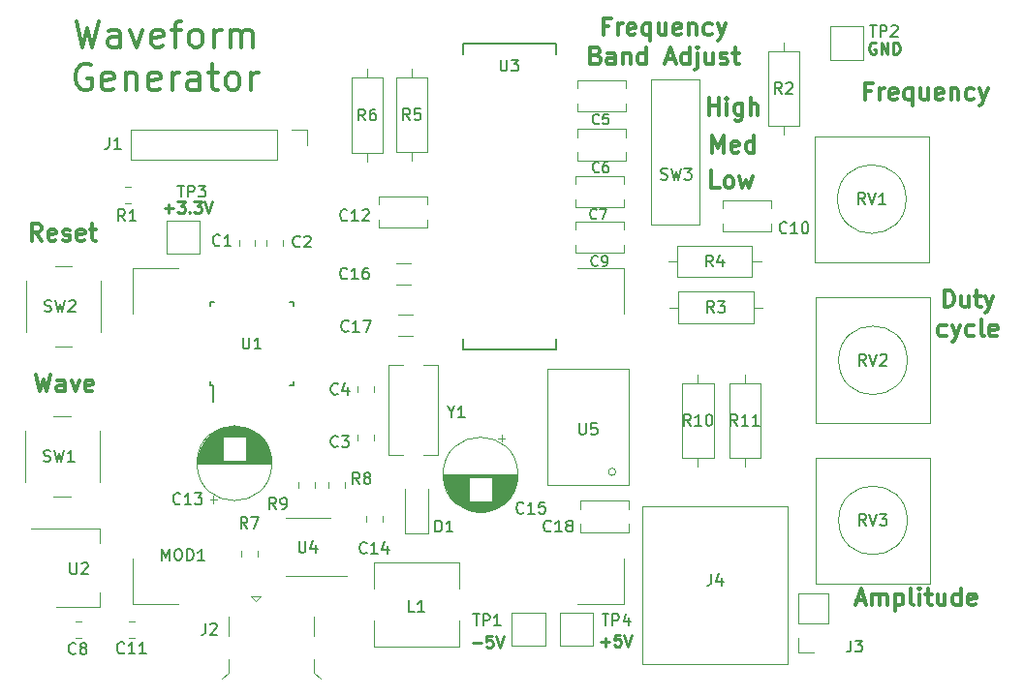
<source format=gbr>
G04 #@! TF.GenerationSoftware,KiCad,Pcbnew,(5.1.2-1)-1*
G04 #@! TF.CreationDate,2019-07-12T16:43:51-07:00*
G04 #@! TF.ProjectId,wavegenerator_v1,77617665-6765-46e6-9572-61746f725f76,rev?*
G04 #@! TF.SameCoordinates,Original*
G04 #@! TF.FileFunction,Legend,Top*
G04 #@! TF.FilePolarity,Positive*
%FSLAX46Y46*%
G04 Gerber Fmt 4.6, Leading zero omitted, Abs format (unit mm)*
G04 Created by KiCad (PCBNEW (5.1.2-1)-1) date 2019-07-12 16:43:51*
%MOMM*%
%LPD*%
G04 APERTURE LIST*
%ADD10C,0.250000*%
%ADD11C,0.300000*%
%ADD12C,0.120000*%
%ADD13C,0.152400*%
%ADD14C,0.150000*%
G04 APERTURE END LIST*
D10*
X88014285Y-98071428D02*
X88776190Y-98071428D01*
X89728571Y-97452380D02*
X89252380Y-97452380D01*
X89204761Y-97928571D01*
X89252380Y-97880952D01*
X89347619Y-97833333D01*
X89585714Y-97833333D01*
X89680952Y-97880952D01*
X89728571Y-97928571D01*
X89776190Y-98023809D01*
X89776190Y-98261904D01*
X89728571Y-98357142D01*
X89680952Y-98404761D01*
X89585714Y-98452380D01*
X89347619Y-98452380D01*
X89252380Y-98404761D01*
X89204761Y-98357142D01*
X90061904Y-97452380D02*
X90395238Y-98452380D01*
X90728571Y-97452380D01*
D11*
X53369047Y-43665476D02*
X53916666Y-45965476D01*
X54354761Y-44322619D01*
X54792857Y-45965476D01*
X55340476Y-43665476D01*
X57202380Y-45965476D02*
X57202380Y-44760714D01*
X57092857Y-44541666D01*
X56873809Y-44432142D01*
X56435714Y-44432142D01*
X56216666Y-44541666D01*
X57202380Y-45855952D02*
X56983333Y-45965476D01*
X56435714Y-45965476D01*
X56216666Y-45855952D01*
X56107142Y-45636904D01*
X56107142Y-45417857D01*
X56216666Y-45198809D01*
X56435714Y-45089285D01*
X56983333Y-45089285D01*
X57202380Y-44979761D01*
X58078571Y-44432142D02*
X58626190Y-45965476D01*
X59173809Y-44432142D01*
X60926190Y-45855952D02*
X60707142Y-45965476D01*
X60269047Y-45965476D01*
X60050000Y-45855952D01*
X59940476Y-45636904D01*
X59940476Y-44760714D01*
X60050000Y-44541666D01*
X60269047Y-44432142D01*
X60707142Y-44432142D01*
X60926190Y-44541666D01*
X61035714Y-44760714D01*
X61035714Y-44979761D01*
X59940476Y-45198809D01*
X61692857Y-44432142D02*
X62569047Y-44432142D01*
X62021428Y-45965476D02*
X62021428Y-43994047D01*
X62130952Y-43775000D01*
X62350000Y-43665476D01*
X62569047Y-43665476D01*
X63664285Y-45965476D02*
X63445238Y-45855952D01*
X63335714Y-45746428D01*
X63226190Y-45527380D01*
X63226190Y-44870238D01*
X63335714Y-44651190D01*
X63445238Y-44541666D01*
X63664285Y-44432142D01*
X63992857Y-44432142D01*
X64211904Y-44541666D01*
X64321428Y-44651190D01*
X64430952Y-44870238D01*
X64430952Y-45527380D01*
X64321428Y-45746428D01*
X64211904Y-45855952D01*
X63992857Y-45965476D01*
X63664285Y-45965476D01*
X65416666Y-45965476D02*
X65416666Y-44432142D01*
X65416666Y-44870238D02*
X65526190Y-44651190D01*
X65635714Y-44541666D01*
X65854761Y-44432142D01*
X66073809Y-44432142D01*
X66840476Y-45965476D02*
X66840476Y-44432142D01*
X66840476Y-44651190D02*
X66950000Y-44541666D01*
X67169047Y-44432142D01*
X67497619Y-44432142D01*
X67716666Y-44541666D01*
X67826190Y-44760714D01*
X67826190Y-45965476D01*
X67826190Y-44760714D02*
X67935714Y-44541666D01*
X68154761Y-44432142D01*
X68483333Y-44432142D01*
X68702380Y-44541666D01*
X68811904Y-44760714D01*
X68811904Y-45965476D01*
X54628571Y-47525000D02*
X54409523Y-47415476D01*
X54080952Y-47415476D01*
X53752380Y-47525000D01*
X53533333Y-47744047D01*
X53423809Y-47963095D01*
X53314285Y-48401190D01*
X53314285Y-48729761D01*
X53423809Y-49167857D01*
X53533333Y-49386904D01*
X53752380Y-49605952D01*
X54080952Y-49715476D01*
X54300000Y-49715476D01*
X54628571Y-49605952D01*
X54738095Y-49496428D01*
X54738095Y-48729761D01*
X54300000Y-48729761D01*
X56600000Y-49605952D02*
X56380952Y-49715476D01*
X55942857Y-49715476D01*
X55723809Y-49605952D01*
X55614285Y-49386904D01*
X55614285Y-48510714D01*
X55723809Y-48291666D01*
X55942857Y-48182142D01*
X56380952Y-48182142D01*
X56600000Y-48291666D01*
X56709523Y-48510714D01*
X56709523Y-48729761D01*
X55614285Y-48948809D01*
X57695238Y-48182142D02*
X57695238Y-49715476D01*
X57695238Y-48401190D02*
X57804761Y-48291666D01*
X58023809Y-48182142D01*
X58352380Y-48182142D01*
X58571428Y-48291666D01*
X58680952Y-48510714D01*
X58680952Y-49715476D01*
X60652380Y-49605952D02*
X60433333Y-49715476D01*
X59995238Y-49715476D01*
X59776190Y-49605952D01*
X59666666Y-49386904D01*
X59666666Y-48510714D01*
X59776190Y-48291666D01*
X59995238Y-48182142D01*
X60433333Y-48182142D01*
X60652380Y-48291666D01*
X60761904Y-48510714D01*
X60761904Y-48729761D01*
X59666666Y-48948809D01*
X61747619Y-49715476D02*
X61747619Y-48182142D01*
X61747619Y-48620238D02*
X61857142Y-48401190D01*
X61966666Y-48291666D01*
X62185714Y-48182142D01*
X62404761Y-48182142D01*
X64157142Y-49715476D02*
X64157142Y-48510714D01*
X64047619Y-48291666D01*
X63828571Y-48182142D01*
X63390476Y-48182142D01*
X63171428Y-48291666D01*
X64157142Y-49605952D02*
X63938095Y-49715476D01*
X63390476Y-49715476D01*
X63171428Y-49605952D01*
X63061904Y-49386904D01*
X63061904Y-49167857D01*
X63171428Y-48948809D01*
X63390476Y-48839285D01*
X63938095Y-48839285D01*
X64157142Y-48729761D01*
X64923809Y-48182142D02*
X65800000Y-48182142D01*
X65252380Y-47415476D02*
X65252380Y-49386904D01*
X65361904Y-49605952D01*
X65580952Y-49715476D01*
X65800000Y-49715476D01*
X66895238Y-49715476D02*
X66676190Y-49605952D01*
X66566666Y-49496428D01*
X66457142Y-49277380D01*
X66457142Y-48620238D01*
X66566666Y-48401190D01*
X66676190Y-48291666D01*
X66895238Y-48182142D01*
X67223809Y-48182142D01*
X67442857Y-48291666D01*
X67552380Y-48401190D01*
X67661904Y-48620238D01*
X67661904Y-49277380D01*
X67552380Y-49496428D01*
X67442857Y-49605952D01*
X67223809Y-49715476D01*
X66895238Y-49715476D01*
X68647619Y-49715476D02*
X68647619Y-48182142D01*
X68647619Y-48620238D02*
X68757142Y-48401190D01*
X68866666Y-48291666D01*
X69085714Y-48182142D01*
X69304761Y-48182142D01*
D10*
X123238095Y-45600000D02*
X123142857Y-45552380D01*
X123000000Y-45552380D01*
X122857142Y-45600000D01*
X122761904Y-45695238D01*
X122714285Y-45790476D01*
X122666666Y-45980952D01*
X122666666Y-46123809D01*
X122714285Y-46314285D01*
X122761904Y-46409523D01*
X122857142Y-46504761D01*
X123000000Y-46552380D01*
X123095238Y-46552380D01*
X123238095Y-46504761D01*
X123285714Y-46457142D01*
X123285714Y-46123809D01*
X123095238Y-46123809D01*
X123714285Y-46552380D02*
X123714285Y-45552380D01*
X124285714Y-46552380D01*
X124285714Y-45552380D01*
X124761904Y-46552380D02*
X124761904Y-45552380D01*
X125000000Y-45552380D01*
X125142857Y-45600000D01*
X125238095Y-45695238D01*
X125285714Y-45790476D01*
X125333333Y-45980952D01*
X125333333Y-46123809D01*
X125285714Y-46314285D01*
X125238095Y-46409523D01*
X125142857Y-46504761D01*
X125000000Y-46552380D01*
X124761904Y-46552380D01*
D11*
X99914285Y-44117857D02*
X99414285Y-44117857D01*
X99414285Y-44903571D02*
X99414285Y-43403571D01*
X100128571Y-43403571D01*
X100700000Y-44903571D02*
X100700000Y-43903571D01*
X100700000Y-44189285D02*
X100771428Y-44046428D01*
X100842857Y-43975000D01*
X100985714Y-43903571D01*
X101128571Y-43903571D01*
X102200000Y-44832142D02*
X102057142Y-44903571D01*
X101771428Y-44903571D01*
X101628571Y-44832142D01*
X101557142Y-44689285D01*
X101557142Y-44117857D01*
X101628571Y-43975000D01*
X101771428Y-43903571D01*
X102057142Y-43903571D01*
X102200000Y-43975000D01*
X102271428Y-44117857D01*
X102271428Y-44260714D01*
X101557142Y-44403571D01*
X103557142Y-43903571D02*
X103557142Y-45403571D01*
X103557142Y-44832142D02*
X103414285Y-44903571D01*
X103128571Y-44903571D01*
X102985714Y-44832142D01*
X102914285Y-44760714D01*
X102842857Y-44617857D01*
X102842857Y-44189285D01*
X102914285Y-44046428D01*
X102985714Y-43975000D01*
X103128571Y-43903571D01*
X103414285Y-43903571D01*
X103557142Y-43975000D01*
X104914285Y-43903571D02*
X104914285Y-44903571D01*
X104271428Y-43903571D02*
X104271428Y-44689285D01*
X104342857Y-44832142D01*
X104485714Y-44903571D01*
X104700000Y-44903571D01*
X104842857Y-44832142D01*
X104914285Y-44760714D01*
X106200000Y-44832142D02*
X106057142Y-44903571D01*
X105771428Y-44903571D01*
X105628571Y-44832142D01*
X105557142Y-44689285D01*
X105557142Y-44117857D01*
X105628571Y-43975000D01*
X105771428Y-43903571D01*
X106057142Y-43903571D01*
X106200000Y-43975000D01*
X106271428Y-44117857D01*
X106271428Y-44260714D01*
X105557142Y-44403571D01*
X106914285Y-43903571D02*
X106914285Y-44903571D01*
X106914285Y-44046428D02*
X106985714Y-43975000D01*
X107128571Y-43903571D01*
X107342857Y-43903571D01*
X107485714Y-43975000D01*
X107557142Y-44117857D01*
X107557142Y-44903571D01*
X108914285Y-44832142D02*
X108771428Y-44903571D01*
X108485714Y-44903571D01*
X108342857Y-44832142D01*
X108271428Y-44760714D01*
X108200000Y-44617857D01*
X108200000Y-44189285D01*
X108271428Y-44046428D01*
X108342857Y-43975000D01*
X108485714Y-43903571D01*
X108771428Y-43903571D01*
X108914285Y-43975000D01*
X109414285Y-43903571D02*
X109771428Y-44903571D01*
X110128571Y-43903571D02*
X109771428Y-44903571D01*
X109628571Y-45260714D01*
X109557142Y-45332142D01*
X109414285Y-45403571D01*
X98807142Y-46667857D02*
X99021428Y-46739285D01*
X99092857Y-46810714D01*
X99164285Y-46953571D01*
X99164285Y-47167857D01*
X99092857Y-47310714D01*
X99021428Y-47382142D01*
X98878571Y-47453571D01*
X98307142Y-47453571D01*
X98307142Y-45953571D01*
X98807142Y-45953571D01*
X98950000Y-46025000D01*
X99021428Y-46096428D01*
X99092857Y-46239285D01*
X99092857Y-46382142D01*
X99021428Y-46525000D01*
X98950000Y-46596428D01*
X98807142Y-46667857D01*
X98307142Y-46667857D01*
X100450000Y-47453571D02*
X100450000Y-46667857D01*
X100378571Y-46525000D01*
X100235714Y-46453571D01*
X99950000Y-46453571D01*
X99807142Y-46525000D01*
X100450000Y-47382142D02*
X100307142Y-47453571D01*
X99950000Y-47453571D01*
X99807142Y-47382142D01*
X99735714Y-47239285D01*
X99735714Y-47096428D01*
X99807142Y-46953571D01*
X99950000Y-46882142D01*
X100307142Y-46882142D01*
X100450000Y-46810714D01*
X101164285Y-46453571D02*
X101164285Y-47453571D01*
X101164285Y-46596428D02*
X101235714Y-46525000D01*
X101378571Y-46453571D01*
X101592857Y-46453571D01*
X101735714Y-46525000D01*
X101807142Y-46667857D01*
X101807142Y-47453571D01*
X103164285Y-47453571D02*
X103164285Y-45953571D01*
X103164285Y-47382142D02*
X103021428Y-47453571D01*
X102735714Y-47453571D01*
X102592857Y-47382142D01*
X102521428Y-47310714D01*
X102450000Y-47167857D01*
X102450000Y-46739285D01*
X102521428Y-46596428D01*
X102592857Y-46525000D01*
X102735714Y-46453571D01*
X103021428Y-46453571D01*
X103164285Y-46525000D01*
X104950000Y-47025000D02*
X105664285Y-47025000D01*
X104807142Y-47453571D02*
X105307142Y-45953571D01*
X105807142Y-47453571D01*
X106950000Y-47453571D02*
X106950000Y-45953571D01*
X106950000Y-47382142D02*
X106807142Y-47453571D01*
X106521428Y-47453571D01*
X106378571Y-47382142D01*
X106307142Y-47310714D01*
X106235714Y-47167857D01*
X106235714Y-46739285D01*
X106307142Y-46596428D01*
X106378571Y-46525000D01*
X106521428Y-46453571D01*
X106807142Y-46453571D01*
X106950000Y-46525000D01*
X107664285Y-46453571D02*
X107664285Y-47739285D01*
X107592857Y-47882142D01*
X107450000Y-47953571D01*
X107378571Y-47953571D01*
X107664285Y-45953571D02*
X107592857Y-46025000D01*
X107664285Y-46096428D01*
X107735714Y-46025000D01*
X107664285Y-45953571D01*
X107664285Y-46096428D01*
X109021428Y-46453571D02*
X109021428Y-47453571D01*
X108378571Y-46453571D02*
X108378571Y-47239285D01*
X108450000Y-47382142D01*
X108592857Y-47453571D01*
X108807142Y-47453571D01*
X108950000Y-47382142D01*
X109021428Y-47310714D01*
X109664285Y-47382142D02*
X109807142Y-47453571D01*
X110092857Y-47453571D01*
X110235714Y-47382142D01*
X110307142Y-47239285D01*
X110307142Y-47167857D01*
X110235714Y-47025000D01*
X110092857Y-46953571D01*
X109878571Y-46953571D01*
X109735714Y-46882142D01*
X109664285Y-46739285D01*
X109664285Y-46667857D01*
X109735714Y-46525000D01*
X109878571Y-46453571D01*
X110092857Y-46453571D01*
X110235714Y-46525000D01*
X110735714Y-46453571D02*
X111307142Y-46453571D01*
X110950000Y-45953571D02*
X110950000Y-47239285D01*
X111021428Y-47382142D01*
X111164285Y-47453571D01*
X111307142Y-47453571D01*
X109600000Y-58278571D02*
X108885714Y-58278571D01*
X108885714Y-56778571D01*
X110314285Y-58278571D02*
X110171428Y-58207142D01*
X110100000Y-58135714D01*
X110028571Y-57992857D01*
X110028571Y-57564285D01*
X110100000Y-57421428D01*
X110171428Y-57350000D01*
X110314285Y-57278571D01*
X110528571Y-57278571D01*
X110671428Y-57350000D01*
X110742857Y-57421428D01*
X110814285Y-57564285D01*
X110814285Y-57992857D01*
X110742857Y-58135714D01*
X110671428Y-58207142D01*
X110528571Y-58278571D01*
X110314285Y-58278571D01*
X111314285Y-57278571D02*
X111600000Y-58278571D01*
X111885714Y-57564285D01*
X112171428Y-58278571D01*
X112457142Y-57278571D01*
X108978571Y-55178571D02*
X108978571Y-53678571D01*
X109478571Y-54750000D01*
X109978571Y-53678571D01*
X109978571Y-55178571D01*
X111264285Y-55107142D02*
X111121428Y-55178571D01*
X110835714Y-55178571D01*
X110692857Y-55107142D01*
X110621428Y-54964285D01*
X110621428Y-54392857D01*
X110692857Y-54250000D01*
X110835714Y-54178571D01*
X111121428Y-54178571D01*
X111264285Y-54250000D01*
X111335714Y-54392857D01*
X111335714Y-54535714D01*
X110621428Y-54678571D01*
X112621428Y-55178571D02*
X112621428Y-53678571D01*
X112621428Y-55107142D02*
X112478571Y-55178571D01*
X112192857Y-55178571D01*
X112050000Y-55107142D01*
X111978571Y-55035714D01*
X111907142Y-54892857D01*
X111907142Y-54464285D01*
X111978571Y-54321428D01*
X112050000Y-54250000D01*
X112192857Y-54178571D01*
X112478571Y-54178571D01*
X112621428Y-54250000D01*
X108657142Y-51878571D02*
X108657142Y-50378571D01*
X108657142Y-51092857D02*
X109514285Y-51092857D01*
X109514285Y-51878571D02*
X109514285Y-50378571D01*
X110228571Y-51878571D02*
X110228571Y-50878571D01*
X110228571Y-50378571D02*
X110157142Y-50450000D01*
X110228571Y-50521428D01*
X110300000Y-50450000D01*
X110228571Y-50378571D01*
X110228571Y-50521428D01*
X111585714Y-50878571D02*
X111585714Y-52092857D01*
X111514285Y-52235714D01*
X111442857Y-52307142D01*
X111300000Y-52378571D01*
X111085714Y-52378571D01*
X110942857Y-52307142D01*
X111585714Y-51807142D02*
X111442857Y-51878571D01*
X111157142Y-51878571D01*
X111014285Y-51807142D01*
X110942857Y-51735714D01*
X110871428Y-51592857D01*
X110871428Y-51164285D01*
X110942857Y-51021428D01*
X111014285Y-50950000D01*
X111157142Y-50878571D01*
X111442857Y-50878571D01*
X111585714Y-50950000D01*
X112300000Y-51878571D02*
X112300000Y-50378571D01*
X112942857Y-51878571D02*
X112942857Y-51092857D01*
X112871428Y-50950000D01*
X112728571Y-50878571D01*
X112514285Y-50878571D01*
X112371428Y-50950000D01*
X112300000Y-51021428D01*
X121585714Y-94350000D02*
X122300000Y-94350000D01*
X121442857Y-94778571D02*
X121942857Y-93278571D01*
X122442857Y-94778571D01*
X122942857Y-94778571D02*
X122942857Y-93778571D01*
X122942857Y-93921428D02*
X123014285Y-93850000D01*
X123157142Y-93778571D01*
X123371428Y-93778571D01*
X123514285Y-93850000D01*
X123585714Y-93992857D01*
X123585714Y-94778571D01*
X123585714Y-93992857D02*
X123657142Y-93850000D01*
X123800000Y-93778571D01*
X124014285Y-93778571D01*
X124157142Y-93850000D01*
X124228571Y-93992857D01*
X124228571Y-94778571D01*
X124942857Y-93778571D02*
X124942857Y-95278571D01*
X124942857Y-93850000D02*
X125085714Y-93778571D01*
X125371428Y-93778571D01*
X125514285Y-93850000D01*
X125585714Y-93921428D01*
X125657142Y-94064285D01*
X125657142Y-94492857D01*
X125585714Y-94635714D01*
X125514285Y-94707142D01*
X125371428Y-94778571D01*
X125085714Y-94778571D01*
X124942857Y-94707142D01*
X126514285Y-94778571D02*
X126371428Y-94707142D01*
X126300000Y-94564285D01*
X126300000Y-93278571D01*
X127085714Y-94778571D02*
X127085714Y-93778571D01*
X127085714Y-93278571D02*
X127014285Y-93350000D01*
X127085714Y-93421428D01*
X127157142Y-93350000D01*
X127085714Y-93278571D01*
X127085714Y-93421428D01*
X127585714Y-93778571D02*
X128157142Y-93778571D01*
X127800000Y-93278571D02*
X127800000Y-94564285D01*
X127871428Y-94707142D01*
X128014285Y-94778571D01*
X128157142Y-94778571D01*
X129300000Y-93778571D02*
X129300000Y-94778571D01*
X128657142Y-93778571D02*
X128657142Y-94564285D01*
X128728571Y-94707142D01*
X128871428Y-94778571D01*
X129085714Y-94778571D01*
X129228571Y-94707142D01*
X129300000Y-94635714D01*
X130657142Y-94778571D02*
X130657142Y-93278571D01*
X130657142Y-94707142D02*
X130514285Y-94778571D01*
X130228571Y-94778571D01*
X130085714Y-94707142D01*
X130014285Y-94635714D01*
X129942857Y-94492857D01*
X129942857Y-94064285D01*
X130014285Y-93921428D01*
X130085714Y-93850000D01*
X130228571Y-93778571D01*
X130514285Y-93778571D01*
X130657142Y-93850000D01*
X131942857Y-94707142D02*
X131800000Y-94778571D01*
X131514285Y-94778571D01*
X131371428Y-94707142D01*
X131300000Y-94564285D01*
X131300000Y-93992857D01*
X131371428Y-93850000D01*
X131514285Y-93778571D01*
X131800000Y-93778571D01*
X131942857Y-93850000D01*
X132014285Y-93992857D01*
X132014285Y-94135714D01*
X131300000Y-94278571D01*
X129228571Y-68703571D02*
X129228571Y-67203571D01*
X129585714Y-67203571D01*
X129800000Y-67275000D01*
X129942857Y-67417857D01*
X130014285Y-67560714D01*
X130085714Y-67846428D01*
X130085714Y-68060714D01*
X130014285Y-68346428D01*
X129942857Y-68489285D01*
X129800000Y-68632142D01*
X129585714Y-68703571D01*
X129228571Y-68703571D01*
X131371428Y-67703571D02*
X131371428Y-68703571D01*
X130728571Y-67703571D02*
X130728571Y-68489285D01*
X130800000Y-68632142D01*
X130942857Y-68703571D01*
X131157142Y-68703571D01*
X131300000Y-68632142D01*
X131371428Y-68560714D01*
X131871428Y-67703571D02*
X132442857Y-67703571D01*
X132085714Y-67203571D02*
X132085714Y-68489285D01*
X132157142Y-68632142D01*
X132300000Y-68703571D01*
X132442857Y-68703571D01*
X132800000Y-67703571D02*
X133157142Y-68703571D01*
X133514285Y-67703571D02*
X133157142Y-68703571D01*
X133014285Y-69060714D01*
X132942857Y-69132142D01*
X132800000Y-69203571D01*
X129407142Y-71182142D02*
X129264285Y-71253571D01*
X128978571Y-71253571D01*
X128835714Y-71182142D01*
X128764285Y-71110714D01*
X128692857Y-70967857D01*
X128692857Y-70539285D01*
X128764285Y-70396428D01*
X128835714Y-70325000D01*
X128978571Y-70253571D01*
X129264285Y-70253571D01*
X129407142Y-70325000D01*
X129907142Y-70253571D02*
X130264285Y-71253571D01*
X130621428Y-70253571D02*
X130264285Y-71253571D01*
X130121428Y-71610714D01*
X130050000Y-71682142D01*
X129907142Y-71753571D01*
X131835714Y-71182142D02*
X131692857Y-71253571D01*
X131407142Y-71253571D01*
X131264285Y-71182142D01*
X131192857Y-71110714D01*
X131121428Y-70967857D01*
X131121428Y-70539285D01*
X131192857Y-70396428D01*
X131264285Y-70325000D01*
X131407142Y-70253571D01*
X131692857Y-70253571D01*
X131835714Y-70325000D01*
X132692857Y-71253571D02*
X132550000Y-71182142D01*
X132478571Y-71039285D01*
X132478571Y-69753571D01*
X133835714Y-71182142D02*
X133692857Y-71253571D01*
X133407142Y-71253571D01*
X133264285Y-71182142D01*
X133192857Y-71039285D01*
X133192857Y-70467857D01*
X133264285Y-70325000D01*
X133407142Y-70253571D01*
X133692857Y-70253571D01*
X133835714Y-70325000D01*
X133907142Y-70467857D01*
X133907142Y-70610714D01*
X133192857Y-70753571D01*
X122814285Y-49792857D02*
X122314285Y-49792857D01*
X122314285Y-50578571D02*
X122314285Y-49078571D01*
X123028571Y-49078571D01*
X123600000Y-50578571D02*
X123600000Y-49578571D01*
X123600000Y-49864285D02*
X123671428Y-49721428D01*
X123742857Y-49650000D01*
X123885714Y-49578571D01*
X124028571Y-49578571D01*
X125100000Y-50507142D02*
X124957142Y-50578571D01*
X124671428Y-50578571D01*
X124528571Y-50507142D01*
X124457142Y-50364285D01*
X124457142Y-49792857D01*
X124528571Y-49650000D01*
X124671428Y-49578571D01*
X124957142Y-49578571D01*
X125100000Y-49650000D01*
X125171428Y-49792857D01*
X125171428Y-49935714D01*
X124457142Y-50078571D01*
X126457142Y-49578571D02*
X126457142Y-51078571D01*
X126457142Y-50507142D02*
X126314285Y-50578571D01*
X126028571Y-50578571D01*
X125885714Y-50507142D01*
X125814285Y-50435714D01*
X125742857Y-50292857D01*
X125742857Y-49864285D01*
X125814285Y-49721428D01*
X125885714Y-49650000D01*
X126028571Y-49578571D01*
X126314285Y-49578571D01*
X126457142Y-49650000D01*
X127814285Y-49578571D02*
X127814285Y-50578571D01*
X127171428Y-49578571D02*
X127171428Y-50364285D01*
X127242857Y-50507142D01*
X127385714Y-50578571D01*
X127600000Y-50578571D01*
X127742857Y-50507142D01*
X127814285Y-50435714D01*
X129100000Y-50507142D02*
X128957142Y-50578571D01*
X128671428Y-50578571D01*
X128528571Y-50507142D01*
X128457142Y-50364285D01*
X128457142Y-49792857D01*
X128528571Y-49650000D01*
X128671428Y-49578571D01*
X128957142Y-49578571D01*
X129100000Y-49650000D01*
X129171428Y-49792857D01*
X129171428Y-49935714D01*
X128457142Y-50078571D01*
X129814285Y-49578571D02*
X129814285Y-50578571D01*
X129814285Y-49721428D02*
X129885714Y-49650000D01*
X130028571Y-49578571D01*
X130242857Y-49578571D01*
X130385714Y-49650000D01*
X130457142Y-49792857D01*
X130457142Y-50578571D01*
X131814285Y-50507142D02*
X131671428Y-50578571D01*
X131385714Y-50578571D01*
X131242857Y-50507142D01*
X131171428Y-50435714D01*
X131100000Y-50292857D01*
X131100000Y-49864285D01*
X131171428Y-49721428D01*
X131242857Y-49650000D01*
X131385714Y-49578571D01*
X131671428Y-49578571D01*
X131814285Y-49650000D01*
X132314285Y-49578571D02*
X132671428Y-50578571D01*
X133028571Y-49578571D02*
X132671428Y-50578571D01*
X132528571Y-50935714D01*
X132457142Y-51007142D01*
X132314285Y-51078571D01*
X49864285Y-74578571D02*
X50221428Y-76078571D01*
X50507142Y-75007142D01*
X50792857Y-76078571D01*
X51150000Y-74578571D01*
X52364285Y-76078571D02*
X52364285Y-75292857D01*
X52292857Y-75150000D01*
X52150000Y-75078571D01*
X51864285Y-75078571D01*
X51721428Y-75150000D01*
X52364285Y-76007142D02*
X52221428Y-76078571D01*
X51864285Y-76078571D01*
X51721428Y-76007142D01*
X51650000Y-75864285D01*
X51650000Y-75721428D01*
X51721428Y-75578571D01*
X51864285Y-75507142D01*
X52221428Y-75507142D01*
X52364285Y-75435714D01*
X52935714Y-75078571D02*
X53292857Y-76078571D01*
X53650000Y-75078571D01*
X54792857Y-76007142D02*
X54650000Y-76078571D01*
X54364285Y-76078571D01*
X54221428Y-76007142D01*
X54150000Y-75864285D01*
X54150000Y-75292857D01*
X54221428Y-75150000D01*
X54364285Y-75078571D01*
X54650000Y-75078571D01*
X54792857Y-75150000D01*
X54864285Y-75292857D01*
X54864285Y-75435714D01*
X54150000Y-75578571D01*
X50342857Y-62878571D02*
X49842857Y-62164285D01*
X49485714Y-62878571D02*
X49485714Y-61378571D01*
X50057142Y-61378571D01*
X50200000Y-61450000D01*
X50271428Y-61521428D01*
X50342857Y-61664285D01*
X50342857Y-61878571D01*
X50271428Y-62021428D01*
X50200000Y-62092857D01*
X50057142Y-62164285D01*
X49485714Y-62164285D01*
X51557142Y-62807142D02*
X51414285Y-62878571D01*
X51128571Y-62878571D01*
X50985714Y-62807142D01*
X50914285Y-62664285D01*
X50914285Y-62092857D01*
X50985714Y-61950000D01*
X51128571Y-61878571D01*
X51414285Y-61878571D01*
X51557142Y-61950000D01*
X51628571Y-62092857D01*
X51628571Y-62235714D01*
X50914285Y-62378571D01*
X52200000Y-62807142D02*
X52342857Y-62878571D01*
X52628571Y-62878571D01*
X52771428Y-62807142D01*
X52842857Y-62664285D01*
X52842857Y-62592857D01*
X52771428Y-62450000D01*
X52628571Y-62378571D01*
X52414285Y-62378571D01*
X52271428Y-62307142D01*
X52200000Y-62164285D01*
X52200000Y-62092857D01*
X52271428Y-61950000D01*
X52414285Y-61878571D01*
X52628571Y-61878571D01*
X52771428Y-61950000D01*
X54057142Y-62807142D02*
X53914285Y-62878571D01*
X53628571Y-62878571D01*
X53485714Y-62807142D01*
X53414285Y-62664285D01*
X53414285Y-62092857D01*
X53485714Y-61950000D01*
X53628571Y-61878571D01*
X53914285Y-61878571D01*
X54057142Y-61950000D01*
X54128571Y-62092857D01*
X54128571Y-62235714D01*
X53414285Y-62378571D01*
X54557142Y-61878571D02*
X55128571Y-61878571D01*
X54771428Y-61378571D02*
X54771428Y-62664285D01*
X54842857Y-62807142D01*
X54985714Y-62878571D01*
X55128571Y-62878571D01*
D10*
X61100000Y-60071428D02*
X61861904Y-60071428D01*
X61480952Y-60452380D02*
X61480952Y-59690476D01*
X62242857Y-59452380D02*
X62861904Y-59452380D01*
X62528571Y-59833333D01*
X62671428Y-59833333D01*
X62766666Y-59880952D01*
X62814285Y-59928571D01*
X62861904Y-60023809D01*
X62861904Y-60261904D01*
X62814285Y-60357142D01*
X62766666Y-60404761D01*
X62671428Y-60452380D01*
X62385714Y-60452380D01*
X62290476Y-60404761D01*
X62242857Y-60357142D01*
X63290476Y-60357142D02*
X63338095Y-60404761D01*
X63290476Y-60452380D01*
X63242857Y-60404761D01*
X63290476Y-60357142D01*
X63290476Y-60452380D01*
X63671428Y-59452380D02*
X64290476Y-59452380D01*
X63957142Y-59833333D01*
X64100000Y-59833333D01*
X64195238Y-59880952D01*
X64242857Y-59928571D01*
X64290476Y-60023809D01*
X64290476Y-60261904D01*
X64242857Y-60357142D01*
X64195238Y-60404761D01*
X64100000Y-60452380D01*
X63814285Y-60452380D01*
X63719047Y-60404761D01*
X63671428Y-60357142D01*
X64576190Y-59452380D02*
X64909523Y-60452380D01*
X65242857Y-59452380D01*
X99214285Y-97971428D02*
X99976190Y-97971428D01*
X99595238Y-98352380D02*
X99595238Y-97590476D01*
X100928571Y-97352380D02*
X100452380Y-97352380D01*
X100404761Y-97828571D01*
X100452380Y-97780952D01*
X100547619Y-97733333D01*
X100785714Y-97733333D01*
X100880952Y-97780952D01*
X100928571Y-97828571D01*
X100976190Y-97923809D01*
X100976190Y-98161904D01*
X100928571Y-98257142D01*
X100880952Y-98304761D01*
X100785714Y-98352380D01*
X100547619Y-98352380D01*
X100452380Y-98304761D01*
X100404761Y-98257142D01*
X101261904Y-97352380D02*
X101595238Y-98352380D01*
X101928571Y-97352380D01*
D12*
X101200000Y-94700000D02*
X97200000Y-94700000D01*
X101200000Y-94700000D02*
X101200000Y-90700000D01*
X101200000Y-65300000D02*
X101200000Y-69300000D01*
X101200000Y-65300000D02*
X97200000Y-65300000D01*
X58300000Y-94700000D02*
X58300000Y-90700000D01*
X58300000Y-94700000D02*
X62300000Y-94700000D01*
X58300000Y-65300000D02*
X58300000Y-69300000D01*
X58300000Y-65300000D02*
X62300000Y-65300000D01*
X100516228Y-83100000D02*
G75*
G03X100516228Y-83100000I-316228J0D01*
G01*
X101630000Y-74120000D02*
X94520000Y-74120000D01*
X94520000Y-84280000D02*
X101630000Y-84280000D01*
X94520000Y-84280000D02*
X94520000Y-74120000D01*
X101630000Y-84280000D02*
X101630000Y-74120000D01*
X111800000Y-74580000D02*
X111800000Y-75350000D01*
X111800000Y-82660000D02*
X111800000Y-81890000D01*
X110430000Y-75350000D02*
X110430000Y-81890000D01*
X113170000Y-75350000D02*
X110430000Y-75350000D01*
X113170000Y-81890000D02*
X113170000Y-75350000D01*
X110430000Y-81890000D02*
X113170000Y-81890000D01*
X101670000Y-87665000D02*
X101670000Y-88370000D01*
X101670000Y-85630000D02*
X101670000Y-86335000D01*
X97430000Y-87665000D02*
X97430000Y-88370000D01*
X97430000Y-85630000D02*
X97430000Y-86335000D01*
X97430000Y-88370000D02*
X101670000Y-88370000D01*
X97430000Y-85630000D02*
X101670000Y-85630000D01*
X128000000Y-81850000D02*
X118000000Y-81850000D01*
X118000000Y-92850000D02*
X128000000Y-92850000D01*
X126000000Y-87350000D02*
G75*
G03X126000000Y-87350000I-3000000J0D01*
G01*
X128000000Y-92850000D02*
X128000000Y-81850000D01*
X118000000Y-92850000D02*
X118000000Y-81850000D01*
X128000000Y-67850000D02*
X118000000Y-67850000D01*
X118000000Y-78850000D02*
X128000000Y-78850000D01*
X126000000Y-73350000D02*
G75*
G03X126000000Y-73350000I-3000000J0D01*
G01*
X128000000Y-78850000D02*
X128000000Y-67850000D01*
X118000000Y-78850000D02*
X118000000Y-67850000D01*
X127900000Y-53750000D02*
X117900000Y-53750000D01*
X117900000Y-64750000D02*
X127900000Y-64750000D01*
X125900000Y-59250000D02*
G75*
G03X125900000Y-59250000I-3000000J0D01*
G01*
X127900000Y-64750000D02*
X127900000Y-53750000D01*
X117900000Y-64750000D02*
X117900000Y-53750000D01*
X80630000Y-81620000D02*
X81900000Y-81620000D01*
X80630000Y-73780000D02*
X81900000Y-73780000D01*
X80630000Y-73780000D02*
X80630000Y-81620000D01*
X84970000Y-81620000D02*
X83700000Y-81620000D01*
X84970000Y-73780000D02*
X83700000Y-73780000D01*
X84970000Y-73780000D02*
X84970000Y-81620000D01*
X79400000Y-98400000D02*
X79400000Y-96100000D01*
X86800000Y-98400000D02*
X79400000Y-98400000D01*
X86800000Y-96100000D02*
X86800000Y-98400000D01*
X86800000Y-91000000D02*
X86800000Y-93300000D01*
X79400000Y-91000000D02*
X86800000Y-91000000D01*
X79400000Y-93300000D02*
X79400000Y-91000000D01*
X82100000Y-88450000D02*
X82100000Y-84550000D01*
X84100000Y-88450000D02*
X84100000Y-84550000D01*
X82100000Y-88450000D02*
X84100000Y-88450000D01*
X74210000Y-84518578D02*
X74210000Y-84001422D01*
X72790000Y-84518578D02*
X72790000Y-84001422D01*
X76810000Y-84518578D02*
X76810000Y-84001422D01*
X75390000Y-84518578D02*
X75390000Y-84001422D01*
X58458578Y-96190000D02*
X57941422Y-96190000D01*
X58458578Y-97610000D02*
X57941422Y-97610000D01*
X53341422Y-97610000D02*
X53858578Y-97610000D01*
X53341422Y-96190000D02*
X53858578Y-96190000D01*
X97030000Y-61935000D02*
X97030000Y-61230000D01*
X97030000Y-63970000D02*
X97030000Y-63265000D01*
X101270000Y-61935000D02*
X101270000Y-61230000D01*
X101270000Y-63970000D02*
X101270000Y-63265000D01*
X101270000Y-61230000D02*
X97030000Y-61230000D01*
X101270000Y-63970000D02*
X97030000Y-63970000D01*
X79830000Y-59735000D02*
X79830000Y-59030000D01*
X79830000Y-61770000D02*
X79830000Y-61065000D01*
X84070000Y-59735000D02*
X84070000Y-59030000D01*
X84070000Y-61770000D02*
X84070000Y-61065000D01*
X84070000Y-59030000D02*
X79830000Y-59030000D01*
X84070000Y-61770000D02*
X79830000Y-61770000D01*
X109830000Y-60035000D02*
X109830000Y-59330000D01*
X109830000Y-62070000D02*
X109830000Y-61365000D01*
X114070000Y-60035000D02*
X114070000Y-59330000D01*
X114070000Y-62070000D02*
X114070000Y-61365000D01*
X114070000Y-59330000D02*
X109830000Y-59330000D01*
X114070000Y-62070000D02*
X109830000Y-62070000D01*
X97030000Y-57935000D02*
X97030000Y-57230000D01*
X97030000Y-59970000D02*
X97030000Y-59265000D01*
X101270000Y-57935000D02*
X101270000Y-57230000D01*
X101270000Y-59970000D02*
X101270000Y-59265000D01*
X101270000Y-57230000D02*
X97030000Y-57230000D01*
X101270000Y-59970000D02*
X97030000Y-59970000D01*
X97130000Y-53835000D02*
X97130000Y-53130000D01*
X97130000Y-55870000D02*
X97130000Y-55165000D01*
X101370000Y-53835000D02*
X101370000Y-53130000D01*
X101370000Y-55870000D02*
X101370000Y-55165000D01*
X101370000Y-53130000D02*
X97130000Y-53130000D01*
X101370000Y-55870000D02*
X97130000Y-55870000D01*
X97130000Y-49535000D02*
X97130000Y-48830000D01*
X97130000Y-51570000D02*
X97130000Y-50865000D01*
X101370000Y-49535000D02*
X101370000Y-48830000D01*
X101370000Y-51570000D02*
X101370000Y-50865000D01*
X101370000Y-48830000D02*
X97130000Y-48830000D01*
X101370000Y-51570000D02*
X97130000Y-51570000D01*
X107870000Y-48760000D02*
X107870000Y-61460000D01*
X103570000Y-61460000D02*
X107870000Y-61460000D01*
X103570000Y-48760000D02*
X107870000Y-48760000D01*
X103570000Y-61460000D02*
X103570000Y-48760000D01*
X69010000Y-63358578D02*
X69010000Y-62841422D01*
X67590000Y-63358578D02*
X67590000Y-62841422D01*
D13*
X87146000Y-71450600D02*
X87146000Y-72441200D01*
X95274000Y-45618800D02*
X87146000Y-45618800D01*
X87146000Y-45618800D02*
X87146000Y-46609400D01*
X87146000Y-72441200D02*
X95274000Y-72441200D01*
X95274000Y-72441200D02*
X95274000Y-71501400D01*
X95274000Y-46609400D02*
X95274000Y-45618800D01*
D12*
X69210000Y-90558578D02*
X69210000Y-90041422D01*
X67790000Y-90558578D02*
X67790000Y-90041422D01*
X58158578Y-58190000D02*
X57641422Y-58190000D01*
X58158578Y-59610000D02*
X57641422Y-59610000D01*
X90854000Y-80164759D02*
X90224000Y-80164759D01*
X90539000Y-79849759D02*
X90539000Y-80479759D01*
X89102000Y-86591000D02*
X88298000Y-86591000D01*
X89333000Y-86551000D02*
X88067000Y-86551000D01*
X89502000Y-86511000D02*
X87898000Y-86511000D01*
X89640000Y-86471000D02*
X87760000Y-86471000D01*
X89759000Y-86431000D02*
X87641000Y-86431000D01*
X89865000Y-86391000D02*
X87535000Y-86391000D01*
X89962000Y-86351000D02*
X87438000Y-86351000D01*
X90050000Y-86311000D02*
X87350000Y-86311000D01*
X90132000Y-86271000D02*
X87268000Y-86271000D01*
X90209000Y-86231000D02*
X87191000Y-86231000D01*
X90281000Y-86191000D02*
X87119000Y-86191000D01*
X90350000Y-86151000D02*
X87050000Y-86151000D01*
X90414000Y-86111000D02*
X86986000Y-86111000D01*
X90476000Y-86071000D02*
X86924000Y-86071000D01*
X90534000Y-86031000D02*
X86866000Y-86031000D01*
X90590000Y-85991000D02*
X86810000Y-85991000D01*
X90644000Y-85951000D02*
X86756000Y-85951000D01*
X90695000Y-85911000D02*
X86705000Y-85911000D01*
X90744000Y-85871000D02*
X86656000Y-85871000D01*
X90792000Y-85831000D02*
X86608000Y-85831000D01*
X90837000Y-85791000D02*
X86563000Y-85791000D01*
X90882000Y-85751000D02*
X86518000Y-85751000D01*
X90924000Y-85711000D02*
X86476000Y-85711000D01*
X90965000Y-85671000D02*
X86435000Y-85671000D01*
X87660000Y-85631000D02*
X86395000Y-85631000D01*
X91005000Y-85631000D02*
X89740000Y-85631000D01*
X87660000Y-85591000D02*
X86357000Y-85591000D01*
X91043000Y-85591000D02*
X89740000Y-85591000D01*
X87660000Y-85551000D02*
X86320000Y-85551000D01*
X91080000Y-85551000D02*
X89740000Y-85551000D01*
X87660000Y-85511000D02*
X86284000Y-85511000D01*
X91116000Y-85511000D02*
X89740000Y-85511000D01*
X87660000Y-85471000D02*
X86250000Y-85471000D01*
X91150000Y-85471000D02*
X89740000Y-85471000D01*
X87660000Y-85431000D02*
X86216000Y-85431000D01*
X91184000Y-85431000D02*
X89740000Y-85431000D01*
X87660000Y-85391000D02*
X86184000Y-85391000D01*
X91216000Y-85391000D02*
X89740000Y-85391000D01*
X87660000Y-85351000D02*
X86152000Y-85351000D01*
X91248000Y-85351000D02*
X89740000Y-85351000D01*
X87660000Y-85311000D02*
X86122000Y-85311000D01*
X91278000Y-85311000D02*
X89740000Y-85311000D01*
X87660000Y-85271000D02*
X86093000Y-85271000D01*
X91307000Y-85271000D02*
X89740000Y-85271000D01*
X87660000Y-85231000D02*
X86064000Y-85231000D01*
X91336000Y-85231000D02*
X89740000Y-85231000D01*
X87660000Y-85191000D02*
X86036000Y-85191000D01*
X91364000Y-85191000D02*
X89740000Y-85191000D01*
X87660000Y-85151000D02*
X86010000Y-85151000D01*
X91390000Y-85151000D02*
X89740000Y-85151000D01*
X87660000Y-85111000D02*
X85984000Y-85111000D01*
X91416000Y-85111000D02*
X89740000Y-85111000D01*
X87660000Y-85071000D02*
X85958000Y-85071000D01*
X91442000Y-85071000D02*
X89740000Y-85071000D01*
X87660000Y-85031000D02*
X85934000Y-85031000D01*
X91466000Y-85031000D02*
X89740000Y-85031000D01*
X87660000Y-84991000D02*
X85910000Y-84991000D01*
X91490000Y-84991000D02*
X89740000Y-84991000D01*
X87660000Y-84951000D02*
X85888000Y-84951000D01*
X91512000Y-84951000D02*
X89740000Y-84951000D01*
X87660000Y-84911000D02*
X85866000Y-84911000D01*
X91534000Y-84911000D02*
X89740000Y-84911000D01*
X87660000Y-84871000D02*
X85844000Y-84871000D01*
X91556000Y-84871000D02*
X89740000Y-84871000D01*
X87660000Y-84831000D02*
X85824000Y-84831000D01*
X91576000Y-84831000D02*
X89740000Y-84831000D01*
X87660000Y-84791000D02*
X85804000Y-84791000D01*
X91596000Y-84791000D02*
X89740000Y-84791000D01*
X87660000Y-84751000D02*
X85784000Y-84751000D01*
X91616000Y-84751000D02*
X89740000Y-84751000D01*
X87660000Y-84711000D02*
X85766000Y-84711000D01*
X91634000Y-84711000D02*
X89740000Y-84711000D01*
X87660000Y-84671000D02*
X85748000Y-84671000D01*
X91652000Y-84671000D02*
X89740000Y-84671000D01*
X87660000Y-84631000D02*
X85730000Y-84631000D01*
X91670000Y-84631000D02*
X89740000Y-84631000D01*
X87660000Y-84591000D02*
X85714000Y-84591000D01*
X91686000Y-84591000D02*
X89740000Y-84591000D01*
X87660000Y-84551000D02*
X85698000Y-84551000D01*
X91702000Y-84551000D02*
X89740000Y-84551000D01*
X87660000Y-84511000D02*
X85682000Y-84511000D01*
X91718000Y-84511000D02*
X89740000Y-84511000D01*
X87660000Y-84471000D02*
X85667000Y-84471000D01*
X91733000Y-84471000D02*
X89740000Y-84471000D01*
X87660000Y-84431000D02*
X85653000Y-84431000D01*
X91747000Y-84431000D02*
X89740000Y-84431000D01*
X87660000Y-84391000D02*
X85639000Y-84391000D01*
X91761000Y-84391000D02*
X89740000Y-84391000D01*
X87660000Y-84351000D02*
X85626000Y-84351000D01*
X91774000Y-84351000D02*
X89740000Y-84351000D01*
X87660000Y-84311000D02*
X85614000Y-84311000D01*
X91786000Y-84311000D02*
X89740000Y-84311000D01*
X87660000Y-84271000D02*
X85602000Y-84271000D01*
X91798000Y-84271000D02*
X89740000Y-84271000D01*
X87660000Y-84231000D02*
X85590000Y-84231000D01*
X91810000Y-84231000D02*
X89740000Y-84231000D01*
X87660000Y-84191000D02*
X85579000Y-84191000D01*
X91821000Y-84191000D02*
X89740000Y-84191000D01*
X87660000Y-84151000D02*
X85569000Y-84151000D01*
X91831000Y-84151000D02*
X89740000Y-84151000D01*
X87660000Y-84111000D02*
X85559000Y-84111000D01*
X91841000Y-84111000D02*
X89740000Y-84111000D01*
X87660000Y-84071000D02*
X85550000Y-84071000D01*
X91850000Y-84071000D02*
X89740000Y-84071000D01*
X87660000Y-84030000D02*
X85541000Y-84030000D01*
X91859000Y-84030000D02*
X89740000Y-84030000D01*
X87660000Y-83990000D02*
X85533000Y-83990000D01*
X91867000Y-83990000D02*
X89740000Y-83990000D01*
X87660000Y-83950000D02*
X85525000Y-83950000D01*
X91875000Y-83950000D02*
X89740000Y-83950000D01*
X87660000Y-83910000D02*
X85518000Y-83910000D01*
X91882000Y-83910000D02*
X89740000Y-83910000D01*
X87660000Y-83870000D02*
X85511000Y-83870000D01*
X91889000Y-83870000D02*
X89740000Y-83870000D01*
X87660000Y-83830000D02*
X85505000Y-83830000D01*
X91895000Y-83830000D02*
X89740000Y-83830000D01*
X87660000Y-83790000D02*
X85499000Y-83790000D01*
X91901000Y-83790000D02*
X89740000Y-83790000D01*
X87660000Y-83750000D02*
X85494000Y-83750000D01*
X91906000Y-83750000D02*
X89740000Y-83750000D01*
X87660000Y-83710000D02*
X85489000Y-83710000D01*
X91911000Y-83710000D02*
X89740000Y-83710000D01*
X87660000Y-83670000D02*
X85485000Y-83670000D01*
X91915000Y-83670000D02*
X89740000Y-83670000D01*
X87660000Y-83630000D02*
X85482000Y-83630000D01*
X91918000Y-83630000D02*
X89740000Y-83630000D01*
X87660000Y-83590000D02*
X85478000Y-83590000D01*
X91922000Y-83590000D02*
X89740000Y-83590000D01*
X91924000Y-83550000D02*
X85476000Y-83550000D01*
X91927000Y-83510000D02*
X85473000Y-83510000D01*
X91928000Y-83470000D02*
X85472000Y-83470000D01*
X91930000Y-83430000D02*
X85470000Y-83430000D01*
X91930000Y-83390000D02*
X85470000Y-83390000D01*
X91930000Y-83350000D02*
X85470000Y-83350000D01*
X91970000Y-83350000D02*
G75*
G03X91970000Y-83350000I-3270000J0D01*
G01*
X80110000Y-87458578D02*
X80110000Y-86941422D01*
X78690000Y-87458578D02*
X78690000Y-86941422D01*
X65046000Y-85535241D02*
X65676000Y-85535241D01*
X65361000Y-85850241D02*
X65361000Y-85220241D01*
X66798000Y-79109000D02*
X67602000Y-79109000D01*
X66567000Y-79149000D02*
X67833000Y-79149000D01*
X66398000Y-79189000D02*
X68002000Y-79189000D01*
X66260000Y-79229000D02*
X68140000Y-79229000D01*
X66141000Y-79269000D02*
X68259000Y-79269000D01*
X66035000Y-79309000D02*
X68365000Y-79309000D01*
X65938000Y-79349000D02*
X68462000Y-79349000D01*
X65850000Y-79389000D02*
X68550000Y-79389000D01*
X65768000Y-79429000D02*
X68632000Y-79429000D01*
X65691000Y-79469000D02*
X68709000Y-79469000D01*
X65619000Y-79509000D02*
X68781000Y-79509000D01*
X65550000Y-79549000D02*
X68850000Y-79549000D01*
X65486000Y-79589000D02*
X68914000Y-79589000D01*
X65424000Y-79629000D02*
X68976000Y-79629000D01*
X65366000Y-79669000D02*
X69034000Y-79669000D01*
X65310000Y-79709000D02*
X69090000Y-79709000D01*
X65256000Y-79749000D02*
X69144000Y-79749000D01*
X65205000Y-79789000D02*
X69195000Y-79789000D01*
X65156000Y-79829000D02*
X69244000Y-79829000D01*
X65108000Y-79869000D02*
X69292000Y-79869000D01*
X65063000Y-79909000D02*
X69337000Y-79909000D01*
X65018000Y-79949000D02*
X69382000Y-79949000D01*
X64976000Y-79989000D02*
X69424000Y-79989000D01*
X64935000Y-80029000D02*
X69465000Y-80029000D01*
X68240000Y-80069000D02*
X69505000Y-80069000D01*
X64895000Y-80069000D02*
X66160000Y-80069000D01*
X68240000Y-80109000D02*
X69543000Y-80109000D01*
X64857000Y-80109000D02*
X66160000Y-80109000D01*
X68240000Y-80149000D02*
X69580000Y-80149000D01*
X64820000Y-80149000D02*
X66160000Y-80149000D01*
X68240000Y-80189000D02*
X69616000Y-80189000D01*
X64784000Y-80189000D02*
X66160000Y-80189000D01*
X68240000Y-80229000D02*
X69650000Y-80229000D01*
X64750000Y-80229000D02*
X66160000Y-80229000D01*
X68240000Y-80269000D02*
X69684000Y-80269000D01*
X64716000Y-80269000D02*
X66160000Y-80269000D01*
X68240000Y-80309000D02*
X69716000Y-80309000D01*
X64684000Y-80309000D02*
X66160000Y-80309000D01*
X68240000Y-80349000D02*
X69748000Y-80349000D01*
X64652000Y-80349000D02*
X66160000Y-80349000D01*
X68240000Y-80389000D02*
X69778000Y-80389000D01*
X64622000Y-80389000D02*
X66160000Y-80389000D01*
X68240000Y-80429000D02*
X69807000Y-80429000D01*
X64593000Y-80429000D02*
X66160000Y-80429000D01*
X68240000Y-80469000D02*
X69836000Y-80469000D01*
X64564000Y-80469000D02*
X66160000Y-80469000D01*
X68240000Y-80509000D02*
X69864000Y-80509000D01*
X64536000Y-80509000D02*
X66160000Y-80509000D01*
X68240000Y-80549000D02*
X69890000Y-80549000D01*
X64510000Y-80549000D02*
X66160000Y-80549000D01*
X68240000Y-80589000D02*
X69916000Y-80589000D01*
X64484000Y-80589000D02*
X66160000Y-80589000D01*
X68240000Y-80629000D02*
X69942000Y-80629000D01*
X64458000Y-80629000D02*
X66160000Y-80629000D01*
X68240000Y-80669000D02*
X69966000Y-80669000D01*
X64434000Y-80669000D02*
X66160000Y-80669000D01*
X68240000Y-80709000D02*
X69990000Y-80709000D01*
X64410000Y-80709000D02*
X66160000Y-80709000D01*
X68240000Y-80749000D02*
X70012000Y-80749000D01*
X64388000Y-80749000D02*
X66160000Y-80749000D01*
X68240000Y-80789000D02*
X70034000Y-80789000D01*
X64366000Y-80789000D02*
X66160000Y-80789000D01*
X68240000Y-80829000D02*
X70056000Y-80829000D01*
X64344000Y-80829000D02*
X66160000Y-80829000D01*
X68240000Y-80869000D02*
X70076000Y-80869000D01*
X64324000Y-80869000D02*
X66160000Y-80869000D01*
X68240000Y-80909000D02*
X70096000Y-80909000D01*
X64304000Y-80909000D02*
X66160000Y-80909000D01*
X68240000Y-80949000D02*
X70116000Y-80949000D01*
X64284000Y-80949000D02*
X66160000Y-80949000D01*
X68240000Y-80989000D02*
X70134000Y-80989000D01*
X64266000Y-80989000D02*
X66160000Y-80989000D01*
X68240000Y-81029000D02*
X70152000Y-81029000D01*
X64248000Y-81029000D02*
X66160000Y-81029000D01*
X68240000Y-81069000D02*
X70170000Y-81069000D01*
X64230000Y-81069000D02*
X66160000Y-81069000D01*
X68240000Y-81109000D02*
X70186000Y-81109000D01*
X64214000Y-81109000D02*
X66160000Y-81109000D01*
X68240000Y-81149000D02*
X70202000Y-81149000D01*
X64198000Y-81149000D02*
X66160000Y-81149000D01*
X68240000Y-81189000D02*
X70218000Y-81189000D01*
X64182000Y-81189000D02*
X66160000Y-81189000D01*
X68240000Y-81229000D02*
X70233000Y-81229000D01*
X64167000Y-81229000D02*
X66160000Y-81229000D01*
X68240000Y-81269000D02*
X70247000Y-81269000D01*
X64153000Y-81269000D02*
X66160000Y-81269000D01*
X68240000Y-81309000D02*
X70261000Y-81309000D01*
X64139000Y-81309000D02*
X66160000Y-81309000D01*
X68240000Y-81349000D02*
X70274000Y-81349000D01*
X64126000Y-81349000D02*
X66160000Y-81349000D01*
X68240000Y-81389000D02*
X70286000Y-81389000D01*
X64114000Y-81389000D02*
X66160000Y-81389000D01*
X68240000Y-81429000D02*
X70298000Y-81429000D01*
X64102000Y-81429000D02*
X66160000Y-81429000D01*
X68240000Y-81469000D02*
X70310000Y-81469000D01*
X64090000Y-81469000D02*
X66160000Y-81469000D01*
X68240000Y-81509000D02*
X70321000Y-81509000D01*
X64079000Y-81509000D02*
X66160000Y-81509000D01*
X68240000Y-81549000D02*
X70331000Y-81549000D01*
X64069000Y-81549000D02*
X66160000Y-81549000D01*
X68240000Y-81589000D02*
X70341000Y-81589000D01*
X64059000Y-81589000D02*
X66160000Y-81589000D01*
X68240000Y-81629000D02*
X70350000Y-81629000D01*
X64050000Y-81629000D02*
X66160000Y-81629000D01*
X68240000Y-81670000D02*
X70359000Y-81670000D01*
X64041000Y-81670000D02*
X66160000Y-81670000D01*
X68240000Y-81710000D02*
X70367000Y-81710000D01*
X64033000Y-81710000D02*
X66160000Y-81710000D01*
X68240000Y-81750000D02*
X70375000Y-81750000D01*
X64025000Y-81750000D02*
X66160000Y-81750000D01*
X68240000Y-81790000D02*
X70382000Y-81790000D01*
X64018000Y-81790000D02*
X66160000Y-81790000D01*
X68240000Y-81830000D02*
X70389000Y-81830000D01*
X64011000Y-81830000D02*
X66160000Y-81830000D01*
X68240000Y-81870000D02*
X70395000Y-81870000D01*
X64005000Y-81870000D02*
X66160000Y-81870000D01*
X68240000Y-81910000D02*
X70401000Y-81910000D01*
X63999000Y-81910000D02*
X66160000Y-81910000D01*
X68240000Y-81950000D02*
X70406000Y-81950000D01*
X63994000Y-81950000D02*
X66160000Y-81950000D01*
X68240000Y-81990000D02*
X70411000Y-81990000D01*
X63989000Y-81990000D02*
X66160000Y-81990000D01*
X68240000Y-82030000D02*
X70415000Y-82030000D01*
X63985000Y-82030000D02*
X66160000Y-82030000D01*
X68240000Y-82070000D02*
X70418000Y-82070000D01*
X63982000Y-82070000D02*
X66160000Y-82070000D01*
X68240000Y-82110000D02*
X70422000Y-82110000D01*
X63978000Y-82110000D02*
X66160000Y-82110000D01*
X63976000Y-82150000D02*
X70424000Y-82150000D01*
X63973000Y-82190000D02*
X70427000Y-82190000D01*
X63972000Y-82230000D02*
X70428000Y-82230000D01*
X63970000Y-82270000D02*
X70430000Y-82270000D01*
X63970000Y-82310000D02*
X70430000Y-82310000D01*
X63970000Y-82350000D02*
X70430000Y-82350000D01*
X70470000Y-82350000D02*
G75*
G03X70470000Y-82350000I-3270000J0D01*
G01*
X79410000Y-76158578D02*
X79410000Y-75641422D01*
X77990000Y-76158578D02*
X77990000Y-75641422D01*
X79410000Y-80358578D02*
X79410000Y-79841422D01*
X77990000Y-80358578D02*
X77990000Y-79841422D01*
X69990000Y-62841422D02*
X69990000Y-63358578D01*
X71410000Y-62841422D02*
X71410000Y-63358578D01*
X49400000Y-88090000D02*
X55410000Y-88090000D01*
X51650000Y-94910000D02*
X55410000Y-94910000D01*
X55410000Y-88090000D02*
X55410000Y-89350000D01*
X55410000Y-94910000D02*
X55410000Y-93650000D01*
X102850000Y-99900000D02*
X115550000Y-99900000D01*
X115550000Y-86100000D02*
X102850000Y-86100000D01*
X115550000Y-86100000D02*
X115550000Y-99900000D01*
X102850000Y-86100000D02*
X102850000Y-99900000D01*
X105230000Y-68730000D02*
X106000000Y-68730000D01*
X113310000Y-68730000D02*
X112540000Y-68730000D01*
X106000000Y-70100000D02*
X112540000Y-70100000D01*
X106000000Y-67360000D02*
X106000000Y-70100000D01*
X112540000Y-67360000D02*
X106000000Y-67360000D01*
X112540000Y-70100000D02*
X112540000Y-67360000D01*
X73595000Y-87100000D02*
X71645000Y-87100000D01*
X73595000Y-87100000D02*
X75545000Y-87100000D01*
X73595000Y-92220000D02*
X71645000Y-92220000D01*
X73595000Y-92220000D02*
X77045000Y-92220000D01*
X119250000Y-47050000D02*
X119250000Y-44150000D01*
X122150000Y-47050000D02*
X119250000Y-47050000D01*
X122150000Y-44150000D02*
X122150000Y-47050000D01*
X119250000Y-44150000D02*
X122150000Y-44150000D01*
X91450000Y-98350000D02*
X91450000Y-95450000D01*
X94350000Y-98350000D02*
X91450000Y-98350000D01*
X94350000Y-95450000D02*
X94350000Y-98350000D01*
X91450000Y-95450000D02*
X94350000Y-95450000D01*
X95650000Y-98350000D02*
X95650000Y-95450000D01*
X98550000Y-98350000D02*
X95650000Y-98350000D01*
X98550000Y-95450000D02*
X98550000Y-98350000D01*
X95650000Y-95450000D02*
X98550000Y-95450000D01*
X61250000Y-64050000D02*
X61250000Y-61150000D01*
X64150000Y-64050000D02*
X61250000Y-64050000D01*
X64150000Y-61150000D02*
X64150000Y-64050000D01*
X61250000Y-61150000D02*
X64150000Y-61150000D01*
X117800000Y-98930000D02*
X116470000Y-98930000D01*
X116470000Y-98930000D02*
X116470000Y-97600000D01*
X116470000Y-96330000D02*
X116470000Y-93730000D01*
X119130000Y-93730000D02*
X116470000Y-93730000D01*
X119130000Y-96330000D02*
X119130000Y-93730000D01*
X119130000Y-96330000D02*
X116470000Y-96330000D01*
D14*
X65075000Y-75525000D02*
X65300000Y-75525000D01*
X65075000Y-68275000D02*
X65400000Y-68275000D01*
X72325000Y-68275000D02*
X72000000Y-68275000D01*
X72325000Y-75525000D02*
X72000000Y-75525000D01*
X65075000Y-75525000D02*
X65075000Y-75200000D01*
X72325000Y-75525000D02*
X72325000Y-75200000D01*
X72325000Y-68275000D02*
X72325000Y-68600000D01*
X65075000Y-68275000D02*
X65075000Y-68600000D01*
X65300000Y-75525000D02*
X65300000Y-76950000D01*
D12*
X82700000Y-55920000D02*
X82700000Y-55150000D01*
X82700000Y-47840000D02*
X82700000Y-48610000D01*
X84070000Y-55150000D02*
X84070000Y-48610000D01*
X81330000Y-55150000D02*
X84070000Y-55150000D01*
X81330000Y-48610000D02*
X81330000Y-55150000D01*
X84070000Y-48610000D02*
X81330000Y-48610000D01*
X78800000Y-47880000D02*
X78800000Y-48650000D01*
X78800000Y-55960000D02*
X78800000Y-55190000D01*
X77430000Y-48650000D02*
X77430000Y-55190000D01*
X80170000Y-48650000D02*
X77430000Y-48650000D01*
X80170000Y-55190000D02*
X80170000Y-48650000D01*
X77430000Y-55190000D02*
X80170000Y-55190000D01*
X73530000Y-53170000D02*
X73530000Y-54500000D01*
X72200000Y-53170000D02*
X73530000Y-53170000D01*
X70930000Y-53170000D02*
X70930000Y-55830000D01*
X70930000Y-55830000D02*
X58170000Y-55830000D01*
X70930000Y-53170000D02*
X58170000Y-53170000D01*
X58170000Y-53170000D02*
X58170000Y-55830000D01*
X105910000Y-63330000D02*
X105910000Y-66070000D01*
X105910000Y-66070000D02*
X112450000Y-66070000D01*
X112450000Y-66070000D02*
X112450000Y-63330000D01*
X112450000Y-63330000D02*
X105910000Y-63330000D01*
X105140000Y-64700000D02*
X105910000Y-64700000D01*
X113220000Y-64700000D02*
X112450000Y-64700000D01*
X51500000Y-72150000D02*
X53000000Y-72150000D01*
X55500000Y-70900000D02*
X55500000Y-66400000D01*
X53000000Y-65150000D02*
X51500000Y-65150000D01*
X49000000Y-66400000D02*
X49000000Y-70900000D01*
X107700000Y-74580000D02*
X107700000Y-75350000D01*
X107700000Y-82660000D02*
X107700000Y-81890000D01*
X106330000Y-75350000D02*
X106330000Y-81890000D01*
X109070000Y-75350000D02*
X106330000Y-75350000D01*
X109070000Y-81890000D02*
X109070000Y-75350000D01*
X106330000Y-81890000D02*
X109070000Y-81890000D01*
X82779000Y-71220000D02*
X81521000Y-71220000D01*
X82779000Y-69380000D02*
X81521000Y-69380000D01*
X81321000Y-64880000D02*
X82579000Y-64880000D01*
X81321000Y-66720000D02*
X82579000Y-66720000D01*
X74700000Y-101200000D02*
X74150000Y-100650000D01*
X74150000Y-100650000D02*
X74150000Y-99500000D01*
X74150000Y-97500000D02*
X74150000Y-95800000D01*
X66100000Y-101200000D02*
X66650000Y-100650000D01*
X69075000Y-94435000D02*
X68675000Y-93985000D01*
X68675000Y-93985000D02*
X69475000Y-93985000D01*
X69475000Y-93985000D02*
X69075000Y-94435000D01*
X66650000Y-100650000D02*
X66650000Y-99500000D01*
X66650000Y-97500000D02*
X66650000Y-95800000D01*
X116570000Y-46310000D02*
X113830000Y-46310000D01*
X113830000Y-46310000D02*
X113830000Y-52850000D01*
X113830000Y-52850000D02*
X116570000Y-52850000D01*
X116570000Y-52850000D02*
X116570000Y-46310000D01*
X115200000Y-45540000D02*
X115200000Y-46310000D01*
X115200000Y-53620000D02*
X115200000Y-52850000D01*
X48900000Y-79500000D02*
X48900000Y-84000000D01*
X52900000Y-78250000D02*
X51400000Y-78250000D01*
X55400000Y-84000000D02*
X55400000Y-79500000D01*
X51400000Y-85250000D02*
X52900000Y-85250000D01*
D14*
X60866666Y-90852380D02*
X60866666Y-89852380D01*
X61200000Y-90566666D01*
X61533333Y-89852380D01*
X61533333Y-90852380D01*
X62200000Y-89852380D02*
X62390476Y-89852380D01*
X62485714Y-89900000D01*
X62580952Y-89995238D01*
X62628571Y-90185714D01*
X62628571Y-90519047D01*
X62580952Y-90709523D01*
X62485714Y-90804761D01*
X62390476Y-90852380D01*
X62200000Y-90852380D01*
X62104761Y-90804761D01*
X62009523Y-90709523D01*
X61961904Y-90519047D01*
X61961904Y-90185714D01*
X62009523Y-89995238D01*
X62104761Y-89900000D01*
X62200000Y-89852380D01*
X63057142Y-90852380D02*
X63057142Y-89852380D01*
X63295238Y-89852380D01*
X63438095Y-89900000D01*
X63533333Y-89995238D01*
X63580952Y-90090476D01*
X63628571Y-90280952D01*
X63628571Y-90423809D01*
X63580952Y-90614285D01*
X63533333Y-90709523D01*
X63438095Y-90804761D01*
X63295238Y-90852380D01*
X63057142Y-90852380D01*
X64580952Y-90852380D02*
X64009523Y-90852380D01*
X64295238Y-90852380D02*
X64295238Y-89852380D01*
X64200000Y-89995238D01*
X64104761Y-90090476D01*
X64009523Y-90138095D01*
X97338095Y-78852380D02*
X97338095Y-79661904D01*
X97385714Y-79757142D01*
X97433333Y-79804761D01*
X97528571Y-79852380D01*
X97719047Y-79852380D01*
X97814285Y-79804761D01*
X97861904Y-79757142D01*
X97909523Y-79661904D01*
X97909523Y-78852380D01*
X98861904Y-78852380D02*
X98385714Y-78852380D01*
X98338095Y-79328571D01*
X98385714Y-79280952D01*
X98480952Y-79233333D01*
X98719047Y-79233333D01*
X98814285Y-79280952D01*
X98861904Y-79328571D01*
X98909523Y-79423809D01*
X98909523Y-79661904D01*
X98861904Y-79757142D01*
X98814285Y-79804761D01*
X98719047Y-79852380D01*
X98480952Y-79852380D01*
X98385714Y-79804761D01*
X98338095Y-79757142D01*
X111157142Y-79072380D02*
X110823809Y-78596190D01*
X110585714Y-79072380D02*
X110585714Y-78072380D01*
X110966666Y-78072380D01*
X111061904Y-78120000D01*
X111109523Y-78167619D01*
X111157142Y-78262857D01*
X111157142Y-78405714D01*
X111109523Y-78500952D01*
X111061904Y-78548571D01*
X110966666Y-78596190D01*
X110585714Y-78596190D01*
X112109523Y-79072380D02*
X111538095Y-79072380D01*
X111823809Y-79072380D02*
X111823809Y-78072380D01*
X111728571Y-78215238D01*
X111633333Y-78310476D01*
X111538095Y-78358095D01*
X113061904Y-79072380D02*
X112490476Y-79072380D01*
X112776190Y-79072380D02*
X112776190Y-78072380D01*
X112680952Y-78215238D01*
X112585714Y-78310476D01*
X112490476Y-78358095D01*
X94857142Y-88257142D02*
X94809523Y-88304761D01*
X94666666Y-88352380D01*
X94571428Y-88352380D01*
X94428571Y-88304761D01*
X94333333Y-88209523D01*
X94285714Y-88114285D01*
X94238095Y-87923809D01*
X94238095Y-87780952D01*
X94285714Y-87590476D01*
X94333333Y-87495238D01*
X94428571Y-87400000D01*
X94571428Y-87352380D01*
X94666666Y-87352380D01*
X94809523Y-87400000D01*
X94857142Y-87447619D01*
X95809523Y-88352380D02*
X95238095Y-88352380D01*
X95523809Y-88352380D02*
X95523809Y-87352380D01*
X95428571Y-87495238D01*
X95333333Y-87590476D01*
X95238095Y-87638095D01*
X96380952Y-87780952D02*
X96285714Y-87733333D01*
X96238095Y-87685714D01*
X96190476Y-87590476D01*
X96190476Y-87542857D01*
X96238095Y-87447619D01*
X96285714Y-87400000D01*
X96380952Y-87352380D01*
X96571428Y-87352380D01*
X96666666Y-87400000D01*
X96714285Y-87447619D01*
X96761904Y-87542857D01*
X96761904Y-87590476D01*
X96714285Y-87685714D01*
X96666666Y-87733333D01*
X96571428Y-87780952D01*
X96380952Y-87780952D01*
X96285714Y-87828571D01*
X96238095Y-87876190D01*
X96190476Y-87971428D01*
X96190476Y-88161904D01*
X96238095Y-88257142D01*
X96285714Y-88304761D01*
X96380952Y-88352380D01*
X96571428Y-88352380D01*
X96666666Y-88304761D01*
X96714285Y-88257142D01*
X96761904Y-88161904D01*
X96761904Y-87971428D01*
X96714285Y-87876190D01*
X96666666Y-87828571D01*
X96571428Y-87780952D01*
X122404761Y-87802380D02*
X122071428Y-87326190D01*
X121833333Y-87802380D02*
X121833333Y-86802380D01*
X122214285Y-86802380D01*
X122309523Y-86850000D01*
X122357142Y-86897619D01*
X122404761Y-86992857D01*
X122404761Y-87135714D01*
X122357142Y-87230952D01*
X122309523Y-87278571D01*
X122214285Y-87326190D01*
X121833333Y-87326190D01*
X122690476Y-86802380D02*
X123023809Y-87802380D01*
X123357142Y-86802380D01*
X123595238Y-86802380D02*
X124214285Y-86802380D01*
X123880952Y-87183333D01*
X124023809Y-87183333D01*
X124119047Y-87230952D01*
X124166666Y-87278571D01*
X124214285Y-87373809D01*
X124214285Y-87611904D01*
X124166666Y-87707142D01*
X124119047Y-87754761D01*
X124023809Y-87802380D01*
X123738095Y-87802380D01*
X123642857Y-87754761D01*
X123595238Y-87707142D01*
X122404761Y-73802380D02*
X122071428Y-73326190D01*
X121833333Y-73802380D02*
X121833333Y-72802380D01*
X122214285Y-72802380D01*
X122309523Y-72850000D01*
X122357142Y-72897619D01*
X122404761Y-72992857D01*
X122404761Y-73135714D01*
X122357142Y-73230952D01*
X122309523Y-73278571D01*
X122214285Y-73326190D01*
X121833333Y-73326190D01*
X122690476Y-72802380D02*
X123023809Y-73802380D01*
X123357142Y-72802380D01*
X123642857Y-72897619D02*
X123690476Y-72850000D01*
X123785714Y-72802380D01*
X124023809Y-72802380D01*
X124119047Y-72850000D01*
X124166666Y-72897619D01*
X124214285Y-72992857D01*
X124214285Y-73088095D01*
X124166666Y-73230952D01*
X123595238Y-73802380D01*
X124214285Y-73802380D01*
X122304761Y-59702380D02*
X121971428Y-59226190D01*
X121733333Y-59702380D02*
X121733333Y-58702380D01*
X122114285Y-58702380D01*
X122209523Y-58750000D01*
X122257142Y-58797619D01*
X122304761Y-58892857D01*
X122304761Y-59035714D01*
X122257142Y-59130952D01*
X122209523Y-59178571D01*
X122114285Y-59226190D01*
X121733333Y-59226190D01*
X122590476Y-58702380D02*
X122923809Y-59702380D01*
X123257142Y-58702380D01*
X124114285Y-59702380D02*
X123542857Y-59702380D01*
X123828571Y-59702380D02*
X123828571Y-58702380D01*
X123733333Y-58845238D01*
X123638095Y-58940476D01*
X123542857Y-58988095D01*
X86123809Y-77876190D02*
X86123809Y-78352380D01*
X85790476Y-77352380D02*
X86123809Y-77876190D01*
X86457142Y-77352380D01*
X87314285Y-78352380D02*
X86742857Y-78352380D01*
X87028571Y-78352380D02*
X87028571Y-77352380D01*
X86933333Y-77495238D01*
X86838095Y-77590476D01*
X86742857Y-77638095D01*
X82933333Y-95352380D02*
X82457142Y-95352380D01*
X82457142Y-94352380D01*
X83790476Y-95352380D02*
X83219047Y-95352380D01*
X83504761Y-95352380D02*
X83504761Y-94352380D01*
X83409523Y-94495238D01*
X83314285Y-94590476D01*
X83219047Y-94638095D01*
X84761904Y-88352380D02*
X84761904Y-87352380D01*
X85000000Y-87352380D01*
X85142857Y-87400000D01*
X85238095Y-87495238D01*
X85285714Y-87590476D01*
X85333333Y-87780952D01*
X85333333Y-87923809D01*
X85285714Y-88114285D01*
X85238095Y-88209523D01*
X85142857Y-88304761D01*
X85000000Y-88352380D01*
X84761904Y-88352380D01*
X86285714Y-88352380D02*
X85714285Y-88352380D01*
X86000000Y-88352380D02*
X86000000Y-87352380D01*
X85904761Y-87495238D01*
X85809523Y-87590476D01*
X85714285Y-87638095D01*
X70833333Y-86352380D02*
X70500000Y-85876190D01*
X70261904Y-86352380D02*
X70261904Y-85352380D01*
X70642857Y-85352380D01*
X70738095Y-85400000D01*
X70785714Y-85447619D01*
X70833333Y-85542857D01*
X70833333Y-85685714D01*
X70785714Y-85780952D01*
X70738095Y-85828571D01*
X70642857Y-85876190D01*
X70261904Y-85876190D01*
X71309523Y-86352380D02*
X71500000Y-86352380D01*
X71595238Y-86304761D01*
X71642857Y-86257142D01*
X71738095Y-86114285D01*
X71785714Y-85923809D01*
X71785714Y-85542857D01*
X71738095Y-85447619D01*
X71690476Y-85400000D01*
X71595238Y-85352380D01*
X71404761Y-85352380D01*
X71309523Y-85400000D01*
X71261904Y-85447619D01*
X71214285Y-85542857D01*
X71214285Y-85780952D01*
X71261904Y-85876190D01*
X71309523Y-85923809D01*
X71404761Y-85971428D01*
X71595238Y-85971428D01*
X71690476Y-85923809D01*
X71738095Y-85876190D01*
X71785714Y-85780952D01*
X78133333Y-84152380D02*
X77800000Y-83676190D01*
X77561904Y-84152380D02*
X77561904Y-83152380D01*
X77942857Y-83152380D01*
X78038095Y-83200000D01*
X78085714Y-83247619D01*
X78133333Y-83342857D01*
X78133333Y-83485714D01*
X78085714Y-83580952D01*
X78038095Y-83628571D01*
X77942857Y-83676190D01*
X77561904Y-83676190D01*
X78704761Y-83580952D02*
X78609523Y-83533333D01*
X78561904Y-83485714D01*
X78514285Y-83390476D01*
X78514285Y-83342857D01*
X78561904Y-83247619D01*
X78609523Y-83200000D01*
X78704761Y-83152380D01*
X78895238Y-83152380D01*
X78990476Y-83200000D01*
X79038095Y-83247619D01*
X79085714Y-83342857D01*
X79085714Y-83390476D01*
X79038095Y-83485714D01*
X78990476Y-83533333D01*
X78895238Y-83580952D01*
X78704761Y-83580952D01*
X78609523Y-83628571D01*
X78561904Y-83676190D01*
X78514285Y-83771428D01*
X78514285Y-83961904D01*
X78561904Y-84057142D01*
X78609523Y-84104761D01*
X78704761Y-84152380D01*
X78895238Y-84152380D01*
X78990476Y-84104761D01*
X79038095Y-84057142D01*
X79085714Y-83961904D01*
X79085714Y-83771428D01*
X79038095Y-83676190D01*
X78990476Y-83628571D01*
X78895238Y-83580952D01*
X57557142Y-98907142D02*
X57509523Y-98954761D01*
X57366666Y-99002380D01*
X57271428Y-99002380D01*
X57128571Y-98954761D01*
X57033333Y-98859523D01*
X56985714Y-98764285D01*
X56938095Y-98573809D01*
X56938095Y-98430952D01*
X56985714Y-98240476D01*
X57033333Y-98145238D01*
X57128571Y-98050000D01*
X57271428Y-98002380D01*
X57366666Y-98002380D01*
X57509523Y-98050000D01*
X57557142Y-98097619D01*
X58509523Y-99002380D02*
X57938095Y-99002380D01*
X58223809Y-99002380D02*
X58223809Y-98002380D01*
X58128571Y-98145238D01*
X58033333Y-98240476D01*
X57938095Y-98288095D01*
X59461904Y-99002380D02*
X58890476Y-99002380D01*
X59176190Y-99002380D02*
X59176190Y-98002380D01*
X59080952Y-98145238D01*
X58985714Y-98240476D01*
X58890476Y-98288095D01*
X53333333Y-98957142D02*
X53285714Y-99004761D01*
X53142857Y-99052380D01*
X53047619Y-99052380D01*
X52904761Y-99004761D01*
X52809523Y-98909523D01*
X52761904Y-98814285D01*
X52714285Y-98623809D01*
X52714285Y-98480952D01*
X52761904Y-98290476D01*
X52809523Y-98195238D01*
X52904761Y-98100000D01*
X53047619Y-98052380D01*
X53142857Y-98052380D01*
X53285714Y-98100000D01*
X53333333Y-98147619D01*
X53904761Y-98480952D02*
X53809523Y-98433333D01*
X53761904Y-98385714D01*
X53714285Y-98290476D01*
X53714285Y-98242857D01*
X53761904Y-98147619D01*
X53809523Y-98100000D01*
X53904761Y-98052380D01*
X54095238Y-98052380D01*
X54190476Y-98100000D01*
X54238095Y-98147619D01*
X54285714Y-98242857D01*
X54285714Y-98290476D01*
X54238095Y-98385714D01*
X54190476Y-98433333D01*
X54095238Y-98480952D01*
X53904761Y-98480952D01*
X53809523Y-98528571D01*
X53761904Y-98576190D01*
X53714285Y-98671428D01*
X53714285Y-98861904D01*
X53761904Y-98957142D01*
X53809523Y-99004761D01*
X53904761Y-99052380D01*
X54095238Y-99052380D01*
X54190476Y-99004761D01*
X54238095Y-98957142D01*
X54285714Y-98861904D01*
X54285714Y-98671428D01*
X54238095Y-98576190D01*
X54190476Y-98528571D01*
X54095238Y-98480952D01*
X98950000Y-65021428D02*
X98907142Y-65064285D01*
X98778571Y-65107142D01*
X98692857Y-65107142D01*
X98564285Y-65064285D01*
X98478571Y-64978571D01*
X98435714Y-64892857D01*
X98392857Y-64721428D01*
X98392857Y-64592857D01*
X98435714Y-64421428D01*
X98478571Y-64335714D01*
X98564285Y-64250000D01*
X98692857Y-64207142D01*
X98778571Y-64207142D01*
X98907142Y-64250000D01*
X98950000Y-64292857D01*
X99378571Y-65107142D02*
X99550000Y-65107142D01*
X99635714Y-65064285D01*
X99678571Y-65021428D01*
X99764285Y-64892857D01*
X99807142Y-64721428D01*
X99807142Y-64378571D01*
X99764285Y-64292857D01*
X99721428Y-64250000D01*
X99635714Y-64207142D01*
X99464285Y-64207142D01*
X99378571Y-64250000D01*
X99335714Y-64292857D01*
X99292857Y-64378571D01*
X99292857Y-64592857D01*
X99335714Y-64678571D01*
X99378571Y-64721428D01*
X99464285Y-64764285D01*
X99635714Y-64764285D01*
X99721428Y-64721428D01*
X99764285Y-64678571D01*
X99807142Y-64592857D01*
X77057142Y-61057142D02*
X77009523Y-61104761D01*
X76866666Y-61152380D01*
X76771428Y-61152380D01*
X76628571Y-61104761D01*
X76533333Y-61009523D01*
X76485714Y-60914285D01*
X76438095Y-60723809D01*
X76438095Y-60580952D01*
X76485714Y-60390476D01*
X76533333Y-60295238D01*
X76628571Y-60200000D01*
X76771428Y-60152380D01*
X76866666Y-60152380D01*
X77009523Y-60200000D01*
X77057142Y-60247619D01*
X78009523Y-61152380D02*
X77438095Y-61152380D01*
X77723809Y-61152380D02*
X77723809Y-60152380D01*
X77628571Y-60295238D01*
X77533333Y-60390476D01*
X77438095Y-60438095D01*
X78390476Y-60247619D02*
X78438095Y-60200000D01*
X78533333Y-60152380D01*
X78771428Y-60152380D01*
X78866666Y-60200000D01*
X78914285Y-60247619D01*
X78961904Y-60342857D01*
X78961904Y-60438095D01*
X78914285Y-60580952D01*
X78342857Y-61152380D01*
X78961904Y-61152380D01*
X115457142Y-62157142D02*
X115409523Y-62204761D01*
X115266666Y-62252380D01*
X115171428Y-62252380D01*
X115028571Y-62204761D01*
X114933333Y-62109523D01*
X114885714Y-62014285D01*
X114838095Y-61823809D01*
X114838095Y-61680952D01*
X114885714Y-61490476D01*
X114933333Y-61395238D01*
X115028571Y-61300000D01*
X115171428Y-61252380D01*
X115266666Y-61252380D01*
X115409523Y-61300000D01*
X115457142Y-61347619D01*
X116409523Y-62252380D02*
X115838095Y-62252380D01*
X116123809Y-62252380D02*
X116123809Y-61252380D01*
X116028571Y-61395238D01*
X115933333Y-61490476D01*
X115838095Y-61538095D01*
X117028571Y-61252380D02*
X117123809Y-61252380D01*
X117219047Y-61300000D01*
X117266666Y-61347619D01*
X117314285Y-61442857D01*
X117361904Y-61633333D01*
X117361904Y-61871428D01*
X117314285Y-62061904D01*
X117266666Y-62157142D01*
X117219047Y-62204761D01*
X117123809Y-62252380D01*
X117028571Y-62252380D01*
X116933333Y-62204761D01*
X116885714Y-62157142D01*
X116838095Y-62061904D01*
X116790476Y-61871428D01*
X116790476Y-61633333D01*
X116838095Y-61442857D01*
X116885714Y-61347619D01*
X116933333Y-61300000D01*
X117028571Y-61252380D01*
X98850000Y-60921428D02*
X98807142Y-60964285D01*
X98678571Y-61007142D01*
X98592857Y-61007142D01*
X98464285Y-60964285D01*
X98378571Y-60878571D01*
X98335714Y-60792857D01*
X98292857Y-60621428D01*
X98292857Y-60492857D01*
X98335714Y-60321428D01*
X98378571Y-60235714D01*
X98464285Y-60150000D01*
X98592857Y-60107142D01*
X98678571Y-60107142D01*
X98807142Y-60150000D01*
X98850000Y-60192857D01*
X99150000Y-60107142D02*
X99750000Y-60107142D01*
X99364285Y-61007142D01*
X99050000Y-56821428D02*
X99007142Y-56864285D01*
X98878571Y-56907142D01*
X98792857Y-56907142D01*
X98664285Y-56864285D01*
X98578571Y-56778571D01*
X98535714Y-56692857D01*
X98492857Y-56521428D01*
X98492857Y-56392857D01*
X98535714Y-56221428D01*
X98578571Y-56135714D01*
X98664285Y-56050000D01*
X98792857Y-56007142D01*
X98878571Y-56007142D01*
X99007142Y-56050000D01*
X99050000Y-56092857D01*
X99821428Y-56007142D02*
X99650000Y-56007142D01*
X99564285Y-56050000D01*
X99521428Y-56092857D01*
X99435714Y-56221428D01*
X99392857Y-56392857D01*
X99392857Y-56735714D01*
X99435714Y-56821428D01*
X99478571Y-56864285D01*
X99564285Y-56907142D01*
X99735714Y-56907142D01*
X99821428Y-56864285D01*
X99864285Y-56821428D01*
X99907142Y-56735714D01*
X99907142Y-56521428D01*
X99864285Y-56435714D01*
X99821428Y-56392857D01*
X99735714Y-56350000D01*
X99564285Y-56350000D01*
X99478571Y-56392857D01*
X99435714Y-56435714D01*
X99392857Y-56521428D01*
X99050000Y-52621428D02*
X99007142Y-52664285D01*
X98878571Y-52707142D01*
X98792857Y-52707142D01*
X98664285Y-52664285D01*
X98578571Y-52578571D01*
X98535714Y-52492857D01*
X98492857Y-52321428D01*
X98492857Y-52192857D01*
X98535714Y-52021428D01*
X98578571Y-51935714D01*
X98664285Y-51850000D01*
X98792857Y-51807142D01*
X98878571Y-51807142D01*
X99007142Y-51850000D01*
X99050000Y-51892857D01*
X99864285Y-51807142D02*
X99435714Y-51807142D01*
X99392857Y-52235714D01*
X99435714Y-52192857D01*
X99521428Y-52150000D01*
X99735714Y-52150000D01*
X99821428Y-52192857D01*
X99864285Y-52235714D01*
X99907142Y-52321428D01*
X99907142Y-52535714D01*
X99864285Y-52621428D01*
X99821428Y-52664285D01*
X99735714Y-52707142D01*
X99521428Y-52707142D01*
X99435714Y-52664285D01*
X99392857Y-52621428D01*
X104466666Y-57504761D02*
X104609523Y-57552380D01*
X104847619Y-57552380D01*
X104942857Y-57504761D01*
X104990476Y-57457142D01*
X105038095Y-57361904D01*
X105038095Y-57266666D01*
X104990476Y-57171428D01*
X104942857Y-57123809D01*
X104847619Y-57076190D01*
X104657142Y-57028571D01*
X104561904Y-56980952D01*
X104514285Y-56933333D01*
X104466666Y-56838095D01*
X104466666Y-56742857D01*
X104514285Y-56647619D01*
X104561904Y-56600000D01*
X104657142Y-56552380D01*
X104895238Y-56552380D01*
X105038095Y-56600000D01*
X105371428Y-56552380D02*
X105609523Y-57552380D01*
X105800000Y-56838095D01*
X105990476Y-57552380D01*
X106228571Y-56552380D01*
X106514285Y-56552380D02*
X107133333Y-56552380D01*
X106800000Y-56933333D01*
X106942857Y-56933333D01*
X107038095Y-56980952D01*
X107085714Y-57028571D01*
X107133333Y-57123809D01*
X107133333Y-57361904D01*
X107085714Y-57457142D01*
X107038095Y-57504761D01*
X106942857Y-57552380D01*
X106657142Y-57552380D01*
X106561904Y-57504761D01*
X106514285Y-57457142D01*
X65933333Y-63257142D02*
X65885714Y-63304761D01*
X65742857Y-63352380D01*
X65647619Y-63352380D01*
X65504761Y-63304761D01*
X65409523Y-63209523D01*
X65361904Y-63114285D01*
X65314285Y-62923809D01*
X65314285Y-62780952D01*
X65361904Y-62590476D01*
X65409523Y-62495238D01*
X65504761Y-62400000D01*
X65647619Y-62352380D01*
X65742857Y-62352380D01*
X65885714Y-62400000D01*
X65933333Y-62447619D01*
X66885714Y-63352380D02*
X66314285Y-63352380D01*
X66600000Y-63352380D02*
X66600000Y-62352380D01*
X66504761Y-62495238D01*
X66409523Y-62590476D01*
X66314285Y-62638095D01*
X90448095Y-47052380D02*
X90448095Y-47861904D01*
X90495714Y-47957142D01*
X90543333Y-48004761D01*
X90638571Y-48052380D01*
X90829047Y-48052380D01*
X90924285Y-48004761D01*
X90971904Y-47957142D01*
X91019523Y-47861904D01*
X91019523Y-47052380D01*
X91400476Y-47052380D02*
X92019523Y-47052380D01*
X91686190Y-47433333D01*
X91829047Y-47433333D01*
X91924285Y-47480952D01*
X91971904Y-47528571D01*
X92019523Y-47623809D01*
X92019523Y-47861904D01*
X91971904Y-47957142D01*
X91924285Y-48004761D01*
X91829047Y-48052380D01*
X91543333Y-48052380D01*
X91448095Y-48004761D01*
X91400476Y-47957142D01*
X68333333Y-88052380D02*
X68000000Y-87576190D01*
X67761904Y-88052380D02*
X67761904Y-87052380D01*
X68142857Y-87052380D01*
X68238095Y-87100000D01*
X68285714Y-87147619D01*
X68333333Y-87242857D01*
X68333333Y-87385714D01*
X68285714Y-87480952D01*
X68238095Y-87528571D01*
X68142857Y-87576190D01*
X67761904Y-87576190D01*
X68666666Y-87052380D02*
X69333333Y-87052380D01*
X68904761Y-88052380D01*
X57633333Y-61152380D02*
X57300000Y-60676190D01*
X57061904Y-61152380D02*
X57061904Y-60152380D01*
X57442857Y-60152380D01*
X57538095Y-60200000D01*
X57585714Y-60247619D01*
X57633333Y-60342857D01*
X57633333Y-60485714D01*
X57585714Y-60580952D01*
X57538095Y-60628571D01*
X57442857Y-60676190D01*
X57061904Y-60676190D01*
X58585714Y-61152380D02*
X58014285Y-61152380D01*
X58300000Y-61152380D02*
X58300000Y-60152380D01*
X58204761Y-60295238D01*
X58109523Y-60390476D01*
X58014285Y-60438095D01*
X92457142Y-86657142D02*
X92409523Y-86704761D01*
X92266666Y-86752380D01*
X92171428Y-86752380D01*
X92028571Y-86704761D01*
X91933333Y-86609523D01*
X91885714Y-86514285D01*
X91838095Y-86323809D01*
X91838095Y-86180952D01*
X91885714Y-85990476D01*
X91933333Y-85895238D01*
X92028571Y-85800000D01*
X92171428Y-85752380D01*
X92266666Y-85752380D01*
X92409523Y-85800000D01*
X92457142Y-85847619D01*
X93409523Y-86752380D02*
X92838095Y-86752380D01*
X93123809Y-86752380D02*
X93123809Y-85752380D01*
X93028571Y-85895238D01*
X92933333Y-85990476D01*
X92838095Y-86038095D01*
X94314285Y-85752380D02*
X93838095Y-85752380D01*
X93790476Y-86228571D01*
X93838095Y-86180952D01*
X93933333Y-86133333D01*
X94171428Y-86133333D01*
X94266666Y-86180952D01*
X94314285Y-86228571D01*
X94361904Y-86323809D01*
X94361904Y-86561904D01*
X94314285Y-86657142D01*
X94266666Y-86704761D01*
X94171428Y-86752380D01*
X93933333Y-86752380D01*
X93838095Y-86704761D01*
X93790476Y-86657142D01*
X78757142Y-90157142D02*
X78709523Y-90204761D01*
X78566666Y-90252380D01*
X78471428Y-90252380D01*
X78328571Y-90204761D01*
X78233333Y-90109523D01*
X78185714Y-90014285D01*
X78138095Y-89823809D01*
X78138095Y-89680952D01*
X78185714Y-89490476D01*
X78233333Y-89395238D01*
X78328571Y-89300000D01*
X78471428Y-89252380D01*
X78566666Y-89252380D01*
X78709523Y-89300000D01*
X78757142Y-89347619D01*
X79709523Y-90252380D02*
X79138095Y-90252380D01*
X79423809Y-90252380D02*
X79423809Y-89252380D01*
X79328571Y-89395238D01*
X79233333Y-89490476D01*
X79138095Y-89538095D01*
X80566666Y-89585714D02*
X80566666Y-90252380D01*
X80328571Y-89204761D02*
X80090476Y-89919047D01*
X80709523Y-89919047D01*
X62457142Y-85857142D02*
X62409523Y-85904761D01*
X62266666Y-85952380D01*
X62171428Y-85952380D01*
X62028571Y-85904761D01*
X61933333Y-85809523D01*
X61885714Y-85714285D01*
X61838095Y-85523809D01*
X61838095Y-85380952D01*
X61885714Y-85190476D01*
X61933333Y-85095238D01*
X62028571Y-85000000D01*
X62171428Y-84952380D01*
X62266666Y-84952380D01*
X62409523Y-85000000D01*
X62457142Y-85047619D01*
X63409523Y-85952380D02*
X62838095Y-85952380D01*
X63123809Y-85952380D02*
X63123809Y-84952380D01*
X63028571Y-85095238D01*
X62933333Y-85190476D01*
X62838095Y-85238095D01*
X63742857Y-84952380D02*
X64361904Y-84952380D01*
X64028571Y-85333333D01*
X64171428Y-85333333D01*
X64266666Y-85380952D01*
X64314285Y-85428571D01*
X64361904Y-85523809D01*
X64361904Y-85761904D01*
X64314285Y-85857142D01*
X64266666Y-85904761D01*
X64171428Y-85952380D01*
X63885714Y-85952380D01*
X63790476Y-85904761D01*
X63742857Y-85857142D01*
X76233333Y-76257142D02*
X76185714Y-76304761D01*
X76042857Y-76352380D01*
X75947619Y-76352380D01*
X75804761Y-76304761D01*
X75709523Y-76209523D01*
X75661904Y-76114285D01*
X75614285Y-75923809D01*
X75614285Y-75780952D01*
X75661904Y-75590476D01*
X75709523Y-75495238D01*
X75804761Y-75400000D01*
X75947619Y-75352380D01*
X76042857Y-75352380D01*
X76185714Y-75400000D01*
X76233333Y-75447619D01*
X77090476Y-75685714D02*
X77090476Y-76352380D01*
X76852380Y-75304761D02*
X76614285Y-76019047D01*
X77233333Y-76019047D01*
X76233333Y-80857142D02*
X76185714Y-80904761D01*
X76042857Y-80952380D01*
X75947619Y-80952380D01*
X75804761Y-80904761D01*
X75709523Y-80809523D01*
X75661904Y-80714285D01*
X75614285Y-80523809D01*
X75614285Y-80380952D01*
X75661904Y-80190476D01*
X75709523Y-80095238D01*
X75804761Y-80000000D01*
X75947619Y-79952380D01*
X76042857Y-79952380D01*
X76185714Y-80000000D01*
X76233333Y-80047619D01*
X76566666Y-79952380D02*
X77185714Y-79952380D01*
X76852380Y-80333333D01*
X76995238Y-80333333D01*
X77090476Y-80380952D01*
X77138095Y-80428571D01*
X77185714Y-80523809D01*
X77185714Y-80761904D01*
X77138095Y-80857142D01*
X77090476Y-80904761D01*
X76995238Y-80952380D01*
X76709523Y-80952380D01*
X76614285Y-80904761D01*
X76566666Y-80857142D01*
X72933333Y-63357142D02*
X72885714Y-63404761D01*
X72742857Y-63452380D01*
X72647619Y-63452380D01*
X72504761Y-63404761D01*
X72409523Y-63309523D01*
X72361904Y-63214285D01*
X72314285Y-63023809D01*
X72314285Y-62880952D01*
X72361904Y-62690476D01*
X72409523Y-62595238D01*
X72504761Y-62500000D01*
X72647619Y-62452380D01*
X72742857Y-62452380D01*
X72885714Y-62500000D01*
X72933333Y-62547619D01*
X73314285Y-62547619D02*
X73361904Y-62500000D01*
X73457142Y-62452380D01*
X73695238Y-62452380D01*
X73790476Y-62500000D01*
X73838095Y-62547619D01*
X73885714Y-62642857D01*
X73885714Y-62738095D01*
X73838095Y-62880952D01*
X73266666Y-63452380D01*
X73885714Y-63452380D01*
X52838095Y-91052380D02*
X52838095Y-91861904D01*
X52885714Y-91957142D01*
X52933333Y-92004761D01*
X53028571Y-92052380D01*
X53219047Y-92052380D01*
X53314285Y-92004761D01*
X53361904Y-91957142D01*
X53409523Y-91861904D01*
X53409523Y-91052380D01*
X53838095Y-91147619D02*
X53885714Y-91100000D01*
X53980952Y-91052380D01*
X54219047Y-91052380D01*
X54314285Y-91100000D01*
X54361904Y-91147619D01*
X54409523Y-91242857D01*
X54409523Y-91338095D01*
X54361904Y-91480952D01*
X53790476Y-92052380D01*
X54409523Y-92052380D01*
X108866666Y-92032380D02*
X108866666Y-92746666D01*
X108819047Y-92889523D01*
X108723809Y-92984761D01*
X108580952Y-93032380D01*
X108485714Y-93032380D01*
X109771428Y-92365714D02*
X109771428Y-93032380D01*
X109533333Y-91984761D02*
X109295238Y-92699047D01*
X109914285Y-92699047D01*
X109103333Y-69182380D02*
X108770000Y-68706190D01*
X108531904Y-69182380D02*
X108531904Y-68182380D01*
X108912857Y-68182380D01*
X109008095Y-68230000D01*
X109055714Y-68277619D01*
X109103333Y-68372857D01*
X109103333Y-68515714D01*
X109055714Y-68610952D01*
X109008095Y-68658571D01*
X108912857Y-68706190D01*
X108531904Y-68706190D01*
X109436666Y-68182380D02*
X110055714Y-68182380D01*
X109722380Y-68563333D01*
X109865238Y-68563333D01*
X109960476Y-68610952D01*
X110008095Y-68658571D01*
X110055714Y-68753809D01*
X110055714Y-68991904D01*
X110008095Y-69087142D01*
X109960476Y-69134761D01*
X109865238Y-69182380D01*
X109579523Y-69182380D01*
X109484285Y-69134761D01*
X109436666Y-69087142D01*
X72833095Y-89152380D02*
X72833095Y-89961904D01*
X72880714Y-90057142D01*
X72928333Y-90104761D01*
X73023571Y-90152380D01*
X73214047Y-90152380D01*
X73309285Y-90104761D01*
X73356904Y-90057142D01*
X73404523Y-89961904D01*
X73404523Y-89152380D01*
X74309285Y-89485714D02*
X74309285Y-90152380D01*
X74071190Y-89104761D02*
X73833095Y-89819047D01*
X74452142Y-89819047D01*
X122738095Y-44052380D02*
X123309523Y-44052380D01*
X123023809Y-45052380D02*
X123023809Y-44052380D01*
X123642857Y-45052380D02*
X123642857Y-44052380D01*
X124023809Y-44052380D01*
X124119047Y-44100000D01*
X124166666Y-44147619D01*
X124214285Y-44242857D01*
X124214285Y-44385714D01*
X124166666Y-44480952D01*
X124119047Y-44528571D01*
X124023809Y-44576190D01*
X123642857Y-44576190D01*
X124595238Y-44147619D02*
X124642857Y-44100000D01*
X124738095Y-44052380D01*
X124976190Y-44052380D01*
X125071428Y-44100000D01*
X125119047Y-44147619D01*
X125166666Y-44242857D01*
X125166666Y-44338095D01*
X125119047Y-44480952D01*
X124547619Y-45052380D01*
X125166666Y-45052380D01*
X88038095Y-95552380D02*
X88609523Y-95552380D01*
X88323809Y-96552380D02*
X88323809Y-95552380D01*
X88942857Y-96552380D02*
X88942857Y-95552380D01*
X89323809Y-95552380D01*
X89419047Y-95600000D01*
X89466666Y-95647619D01*
X89514285Y-95742857D01*
X89514285Y-95885714D01*
X89466666Y-95980952D01*
X89419047Y-96028571D01*
X89323809Y-96076190D01*
X88942857Y-96076190D01*
X90466666Y-96552380D02*
X89895238Y-96552380D01*
X90180952Y-96552380D02*
X90180952Y-95552380D01*
X90085714Y-95695238D01*
X89990476Y-95790476D01*
X89895238Y-95838095D01*
X99338095Y-95552380D02*
X99909523Y-95552380D01*
X99623809Y-96552380D02*
X99623809Y-95552380D01*
X100242857Y-96552380D02*
X100242857Y-95552380D01*
X100623809Y-95552380D01*
X100719047Y-95600000D01*
X100766666Y-95647619D01*
X100814285Y-95742857D01*
X100814285Y-95885714D01*
X100766666Y-95980952D01*
X100719047Y-96028571D01*
X100623809Y-96076190D01*
X100242857Y-96076190D01*
X101671428Y-95885714D02*
X101671428Y-96552380D01*
X101433333Y-95504761D02*
X101195238Y-96219047D01*
X101814285Y-96219047D01*
X62238095Y-58052380D02*
X62809523Y-58052380D01*
X62523809Y-59052380D02*
X62523809Y-58052380D01*
X63142857Y-59052380D02*
X63142857Y-58052380D01*
X63523809Y-58052380D01*
X63619047Y-58100000D01*
X63666666Y-58147619D01*
X63714285Y-58242857D01*
X63714285Y-58385714D01*
X63666666Y-58480952D01*
X63619047Y-58528571D01*
X63523809Y-58576190D01*
X63142857Y-58576190D01*
X64047619Y-58052380D02*
X64666666Y-58052380D01*
X64333333Y-58433333D01*
X64476190Y-58433333D01*
X64571428Y-58480952D01*
X64619047Y-58528571D01*
X64666666Y-58623809D01*
X64666666Y-58861904D01*
X64619047Y-58957142D01*
X64571428Y-59004761D01*
X64476190Y-59052380D01*
X64190476Y-59052380D01*
X64095238Y-59004761D01*
X64047619Y-58957142D01*
X121066666Y-97852380D02*
X121066666Y-98566666D01*
X121019047Y-98709523D01*
X120923809Y-98804761D01*
X120780952Y-98852380D01*
X120685714Y-98852380D01*
X121447619Y-97852380D02*
X122066666Y-97852380D01*
X121733333Y-98233333D01*
X121876190Y-98233333D01*
X121971428Y-98280952D01*
X122019047Y-98328571D01*
X122066666Y-98423809D01*
X122066666Y-98661904D01*
X122019047Y-98757142D01*
X121971428Y-98804761D01*
X121876190Y-98852380D01*
X121590476Y-98852380D01*
X121495238Y-98804761D01*
X121447619Y-98757142D01*
X67938095Y-71352380D02*
X67938095Y-72161904D01*
X67985714Y-72257142D01*
X68033333Y-72304761D01*
X68128571Y-72352380D01*
X68319047Y-72352380D01*
X68414285Y-72304761D01*
X68461904Y-72257142D01*
X68509523Y-72161904D01*
X68509523Y-71352380D01*
X69509523Y-72352380D02*
X68938095Y-72352380D01*
X69223809Y-72352380D02*
X69223809Y-71352380D01*
X69128571Y-71495238D01*
X69033333Y-71590476D01*
X68938095Y-71638095D01*
X82533333Y-52332380D02*
X82200000Y-51856190D01*
X81961904Y-52332380D02*
X81961904Y-51332380D01*
X82342857Y-51332380D01*
X82438095Y-51380000D01*
X82485714Y-51427619D01*
X82533333Y-51522857D01*
X82533333Y-51665714D01*
X82485714Y-51760952D01*
X82438095Y-51808571D01*
X82342857Y-51856190D01*
X81961904Y-51856190D01*
X83438095Y-51332380D02*
X82961904Y-51332380D01*
X82914285Y-51808571D01*
X82961904Y-51760952D01*
X83057142Y-51713333D01*
X83295238Y-51713333D01*
X83390476Y-51760952D01*
X83438095Y-51808571D01*
X83485714Y-51903809D01*
X83485714Y-52141904D01*
X83438095Y-52237142D01*
X83390476Y-52284761D01*
X83295238Y-52332380D01*
X83057142Y-52332380D01*
X82961904Y-52284761D01*
X82914285Y-52237142D01*
X78633333Y-52372380D02*
X78300000Y-51896190D01*
X78061904Y-52372380D02*
X78061904Y-51372380D01*
X78442857Y-51372380D01*
X78538095Y-51420000D01*
X78585714Y-51467619D01*
X78633333Y-51562857D01*
X78633333Y-51705714D01*
X78585714Y-51800952D01*
X78538095Y-51848571D01*
X78442857Y-51896190D01*
X78061904Y-51896190D01*
X79490476Y-51372380D02*
X79300000Y-51372380D01*
X79204761Y-51420000D01*
X79157142Y-51467619D01*
X79061904Y-51610476D01*
X79014285Y-51800952D01*
X79014285Y-52181904D01*
X79061904Y-52277142D01*
X79109523Y-52324761D01*
X79204761Y-52372380D01*
X79395238Y-52372380D01*
X79490476Y-52324761D01*
X79538095Y-52277142D01*
X79585714Y-52181904D01*
X79585714Y-51943809D01*
X79538095Y-51848571D01*
X79490476Y-51800952D01*
X79395238Y-51753333D01*
X79204761Y-51753333D01*
X79109523Y-51800952D01*
X79061904Y-51848571D01*
X79014285Y-51943809D01*
X56266666Y-53852380D02*
X56266666Y-54566666D01*
X56219047Y-54709523D01*
X56123809Y-54804761D01*
X55980952Y-54852380D01*
X55885714Y-54852380D01*
X57266666Y-54852380D02*
X56695238Y-54852380D01*
X56980952Y-54852380D02*
X56980952Y-53852380D01*
X56885714Y-53995238D01*
X56790476Y-54090476D01*
X56695238Y-54138095D01*
X109013333Y-65152380D02*
X108680000Y-64676190D01*
X108441904Y-65152380D02*
X108441904Y-64152380D01*
X108822857Y-64152380D01*
X108918095Y-64200000D01*
X108965714Y-64247619D01*
X109013333Y-64342857D01*
X109013333Y-64485714D01*
X108965714Y-64580952D01*
X108918095Y-64628571D01*
X108822857Y-64676190D01*
X108441904Y-64676190D01*
X109870476Y-64485714D02*
X109870476Y-65152380D01*
X109632380Y-64104761D02*
X109394285Y-64819047D01*
X110013333Y-64819047D01*
X50626666Y-69054761D02*
X50769523Y-69102380D01*
X51007619Y-69102380D01*
X51102857Y-69054761D01*
X51150476Y-69007142D01*
X51198095Y-68911904D01*
X51198095Y-68816666D01*
X51150476Y-68721428D01*
X51102857Y-68673809D01*
X51007619Y-68626190D01*
X50817142Y-68578571D01*
X50721904Y-68530952D01*
X50674285Y-68483333D01*
X50626666Y-68388095D01*
X50626666Y-68292857D01*
X50674285Y-68197619D01*
X50721904Y-68150000D01*
X50817142Y-68102380D01*
X51055238Y-68102380D01*
X51198095Y-68150000D01*
X51531428Y-68102380D02*
X51769523Y-69102380D01*
X51960000Y-68388095D01*
X52150476Y-69102380D01*
X52388571Y-68102380D01*
X52721904Y-68197619D02*
X52769523Y-68150000D01*
X52864761Y-68102380D01*
X53102857Y-68102380D01*
X53198095Y-68150000D01*
X53245714Y-68197619D01*
X53293333Y-68292857D01*
X53293333Y-68388095D01*
X53245714Y-68530952D01*
X52674285Y-69102380D01*
X53293333Y-69102380D01*
X107057142Y-79072380D02*
X106723809Y-78596190D01*
X106485714Y-79072380D02*
X106485714Y-78072380D01*
X106866666Y-78072380D01*
X106961904Y-78120000D01*
X107009523Y-78167619D01*
X107057142Y-78262857D01*
X107057142Y-78405714D01*
X107009523Y-78500952D01*
X106961904Y-78548571D01*
X106866666Y-78596190D01*
X106485714Y-78596190D01*
X108009523Y-79072380D02*
X107438095Y-79072380D01*
X107723809Y-79072380D02*
X107723809Y-78072380D01*
X107628571Y-78215238D01*
X107533333Y-78310476D01*
X107438095Y-78358095D01*
X108628571Y-78072380D02*
X108723809Y-78072380D01*
X108819047Y-78120000D01*
X108866666Y-78167619D01*
X108914285Y-78262857D01*
X108961904Y-78453333D01*
X108961904Y-78691428D01*
X108914285Y-78881904D01*
X108866666Y-78977142D01*
X108819047Y-79024761D01*
X108723809Y-79072380D01*
X108628571Y-79072380D01*
X108533333Y-79024761D01*
X108485714Y-78977142D01*
X108438095Y-78881904D01*
X108390476Y-78691428D01*
X108390476Y-78453333D01*
X108438095Y-78262857D01*
X108485714Y-78167619D01*
X108533333Y-78120000D01*
X108628571Y-78072380D01*
X77157142Y-70757142D02*
X77109523Y-70804761D01*
X76966666Y-70852380D01*
X76871428Y-70852380D01*
X76728571Y-70804761D01*
X76633333Y-70709523D01*
X76585714Y-70614285D01*
X76538095Y-70423809D01*
X76538095Y-70280952D01*
X76585714Y-70090476D01*
X76633333Y-69995238D01*
X76728571Y-69900000D01*
X76871428Y-69852380D01*
X76966666Y-69852380D01*
X77109523Y-69900000D01*
X77157142Y-69947619D01*
X78109523Y-70852380D02*
X77538095Y-70852380D01*
X77823809Y-70852380D02*
X77823809Y-69852380D01*
X77728571Y-69995238D01*
X77633333Y-70090476D01*
X77538095Y-70138095D01*
X78442857Y-69852380D02*
X79109523Y-69852380D01*
X78680952Y-70852380D01*
X77057142Y-66157142D02*
X77009523Y-66204761D01*
X76866666Y-66252380D01*
X76771428Y-66252380D01*
X76628571Y-66204761D01*
X76533333Y-66109523D01*
X76485714Y-66014285D01*
X76438095Y-65823809D01*
X76438095Y-65680952D01*
X76485714Y-65490476D01*
X76533333Y-65395238D01*
X76628571Y-65300000D01*
X76771428Y-65252380D01*
X76866666Y-65252380D01*
X77009523Y-65300000D01*
X77057142Y-65347619D01*
X78009523Y-66252380D02*
X77438095Y-66252380D01*
X77723809Y-66252380D02*
X77723809Y-65252380D01*
X77628571Y-65395238D01*
X77533333Y-65490476D01*
X77438095Y-65538095D01*
X78866666Y-65252380D02*
X78676190Y-65252380D01*
X78580952Y-65300000D01*
X78533333Y-65347619D01*
X78438095Y-65490476D01*
X78390476Y-65680952D01*
X78390476Y-66061904D01*
X78438095Y-66157142D01*
X78485714Y-66204761D01*
X78580952Y-66252380D01*
X78771428Y-66252380D01*
X78866666Y-66204761D01*
X78914285Y-66157142D01*
X78961904Y-66061904D01*
X78961904Y-65823809D01*
X78914285Y-65728571D01*
X78866666Y-65680952D01*
X78771428Y-65633333D01*
X78580952Y-65633333D01*
X78485714Y-65680952D01*
X78438095Y-65728571D01*
X78390476Y-65823809D01*
X64666666Y-96352380D02*
X64666666Y-97066666D01*
X64619047Y-97209523D01*
X64523809Y-97304761D01*
X64380952Y-97352380D01*
X64285714Y-97352380D01*
X65095238Y-96447619D02*
X65142857Y-96400000D01*
X65238095Y-96352380D01*
X65476190Y-96352380D01*
X65571428Y-96400000D01*
X65619047Y-96447619D01*
X65666666Y-96542857D01*
X65666666Y-96638095D01*
X65619047Y-96780952D01*
X65047619Y-97352380D01*
X65666666Y-97352380D01*
X115033333Y-50032380D02*
X114700000Y-49556190D01*
X114461904Y-50032380D02*
X114461904Y-49032380D01*
X114842857Y-49032380D01*
X114938095Y-49080000D01*
X114985714Y-49127619D01*
X115033333Y-49222857D01*
X115033333Y-49365714D01*
X114985714Y-49460952D01*
X114938095Y-49508571D01*
X114842857Y-49556190D01*
X114461904Y-49556190D01*
X115414285Y-49127619D02*
X115461904Y-49080000D01*
X115557142Y-49032380D01*
X115795238Y-49032380D01*
X115890476Y-49080000D01*
X115938095Y-49127619D01*
X115985714Y-49222857D01*
X115985714Y-49318095D01*
X115938095Y-49460952D01*
X115366666Y-50032380D01*
X115985714Y-50032380D01*
X50526666Y-82154761D02*
X50669523Y-82202380D01*
X50907619Y-82202380D01*
X51002857Y-82154761D01*
X51050476Y-82107142D01*
X51098095Y-82011904D01*
X51098095Y-81916666D01*
X51050476Y-81821428D01*
X51002857Y-81773809D01*
X50907619Y-81726190D01*
X50717142Y-81678571D01*
X50621904Y-81630952D01*
X50574285Y-81583333D01*
X50526666Y-81488095D01*
X50526666Y-81392857D01*
X50574285Y-81297619D01*
X50621904Y-81250000D01*
X50717142Y-81202380D01*
X50955238Y-81202380D01*
X51098095Y-81250000D01*
X51431428Y-81202380D02*
X51669523Y-82202380D01*
X51860000Y-81488095D01*
X52050476Y-82202380D01*
X52288571Y-81202380D01*
X53193333Y-82202380D02*
X52621904Y-82202380D01*
X52907619Y-82202380D02*
X52907619Y-81202380D01*
X52812380Y-81345238D01*
X52717142Y-81440476D01*
X52621904Y-81488095D01*
M02*

</source>
